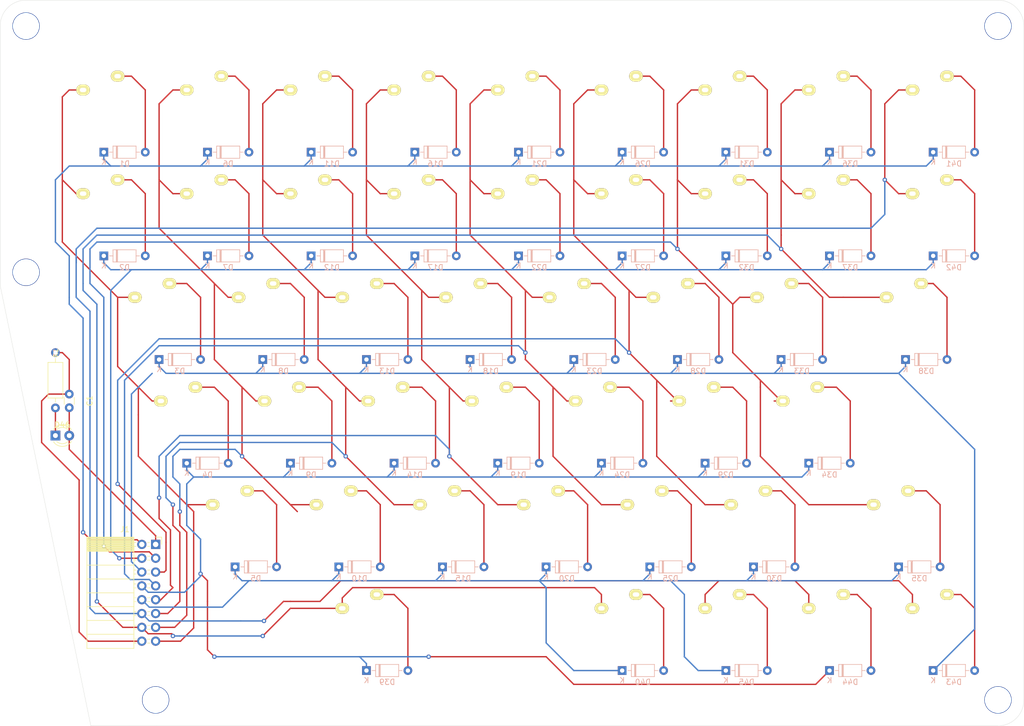
<source format=kicad_pcb>
(kicad_pcb (version 20171130) (host pcbnew "(5.1.7)-1")
  (layers (0 F.Cu signal) (31 B.Cu signal) (34 B.Paste user) (35 F.Paste user) (36 B.SilkS user) (37 F.SilkS user) (38 B.Mask user) (39 F.Mask user) (44 Edge.Cuts user))
  (net 0 "")
  (net 1 GND)
  (net 2 VCC)
  (net 3 "Net-(D1-Pad2)")
  (net 4 ROW_4)
  (net 5 ROW_5)
  (net 6 "Net-(D2-Pad2)")
  (net 7 "Net-(D3-Pad2)")
  (net 8 ROW_6)
  (net 9 "Net-(D4-Pad2)")
  (net 10 ROW_7)
  (net 11 ROW_8)
  (net 12 "Net-(D5-Pad2)")
  (net 13 "Net-(D6-Pad2)")
  (net 14 "Net-(D7-Pad2)")
  (net 15 "Net-(D8-Pad2)")
  (net 16 "Net-(D9-Pad2)")
  (net 17 "Net-(D10-Pad2)")
  (net 18 "Net-(D11-Pad2)")
  (net 19 "Net-(D12-Pad2)")
  (net 20 "Net-(D13-Pad2)")
  (net 21 "Net-(D14-Pad2)")
  (net 22 "Net-(D15-Pad2)")
  (net 23 "Net-(D16-Pad2)")
  (net 24 "Net-(D17-Pad2)")
  (net 25 "Net-(D18-Pad2)")
  (net 26 "Net-(D19-Pad2)")
  (net 27 "Net-(D20-Pad2)")
  (net 28 "Net-(D21-Pad2)")
  (net 29 "Net-(D22-Pad2)")
  (net 30 "Net-(D23-Pad2)")
  (net 31 "Net-(D24-Pad2)")
  (net 32 "Net-(D25-Pad2)")
  (net 33 "Net-(D26-Pad2)")
  (net 34 "Net-(D27-Pad2)")
  (net 35 "Net-(D28-Pad2)")
  (net 36 "Net-(D29-Pad2)")
  (net 37 "Net-(D30-Pad2)")
  (net 38 "Net-(D31-Pad2)")
  (net 39 "Net-(D32-Pad2)")
  (net 40 "Net-(D33-Pad2)")
  (net 41 "Net-(D34-Pad2)")
  (net 42 "Net-(D35-Pad2)")
  (net 43 "Net-(D36-Pad2)")
  (net 44 "Net-(D37-Pad2)")
  (net 45 "Net-(D38-Pad2)")
  (net 46 "Net-(D39-Pad2)")
  (net 47 "Net-(D40-Pad2)")
  (net 48 "Net-(D41-Pad2)")
  (net 49 "Net-(D42-Pad2)")
  (net 50 "Net-(D43-Pad2)")
  (net 51 "Net-(D44-Pad2)")
  (net 52 "Net-(D45-Pad2)")
  (net 53 "Net-(D46-Pad1)")
  (net 54 COL_6)
  (net 55 COL_5)
  (net 56 COL_4)
  (net 57 COL_3)
  (net 58 COL_2)
  (net 59 COL_8)
  (net 60 COL_1)
  (net 61 COL_7)
  (net 62 COL_0)
  (module Capacitor_THT:C_Disc_D3.0mm_W1.6mm_P2.50mm (layer F.Cu) (at 31.75 91.44 270)
    (fp_text reference C1 (at 1.25 -3.75 90) (layer F.SilkS))
    (fp_text value C)
    (pad 2 thru_hole circle (at 2.5 0 270) (size 1.6 1.6) (drill 0.8) (layers *.Cu *.Mask) (net 2 VCC))
    (pad 1 thru_hole circle (at 0 0 270) (size 1.6 1.6) (drill 0.8) (layers *.Cu *.Mask) (net 1 GND))
  )
  (module LED_THT:LED_D3.0mm_FlatTop (layer F.Cu) (at 29.21 99.06)
    (fp_text reference D46 (at 1.27 -1.96) (layer F.SilkS))
    (fp_text value LED)
    (pad 2 thru_hole circle (at 2.54 0) (size 1.8 1.8) (drill 0.9) (layers *.Cu *.Mask) (net 2 VCC))
    (pad 1 thru_hole rect (at 0 0) (size 1.8 1.8) (drill 0.9) (layers *.Cu *.Mask) (net 53 "Net-(D46-Pad1)"))
  )
  (module Resistor_THT:R_Axial_DIN0207_L6.3mm_D2.5mm_P10.16mm_Horizontal (layer F.Cu) (at 29.21 83.82 270)
    (fp_text reference R1 (at 0.05 -0.08 90) (layer F.SilkS) (effects (font (size 0.8128 0.8128))))
    (fp_text value R_Axial_DIN0207_L6.3mm_D2.5mm_P10.16mm_Horizontal hide)
    (fp_text user ** (at 0 -0.0635 90) (layer B.SilkS) (effects (font (size 0.8128 0.8128)) (justify mirror)))
    (pad 2 thru_hole oval (at 10.16 0 270) (size 1.6 1.6) (drill 0.8) (layers *.Cu *.Mask) (net 53 "Net-(D46-Pad1)"))
    (pad 1 thru_hole circle (at 0 0 270) (size 1.6 1.6) (drill 0.8) (layers *.Cu *.Mask) (net 1 GND))
  )
  (module kbd:CherryMX_1u (layer F.Cu) (at 142.875 76.2)
    (fp_text reference SW28 hide)
    (fp_text value SW_PUSH hide)
    (pad "" np_thru_hole circle (at 0 0 90) (size 4 4) (drill 4) (layers *.Cu *.Mask))
    (pad "" np_thru_hole circle (at -5.08 0 90) (size 1.9 1.9) (drill 1.9) (layers *.Cu *.Mask))
    (pad "" np_thru_hole circle (at 5.08 0 90) (size 1.9 1.9) (drill 1.9) (layers *.Cu *.Mask))
    (pad 2 thru_hole oval (at 2.54 -5.08) (size 2.5 2) (drill oval 1.2 0.8) (layers *.Cu F.SilkS B.Mask) (net 35 "Net-(D28-Pad2)"))
    (pad 1 thru_hole oval (at -3.81 -2.54) (size 2.5 2) (drill oval 1.2 0.8) (layers *.Cu F.SilkS B.Mask) (net 55 COL_5))
  )
  (module kbd:HOLE (layer F.Cu) (at 23.8125 69.05625)
    (fp_text reference Ref**)
    (fp_text value Val**)
    (pad "" np_thru_hole circle (at 0 0) (size 5 5) (drill 4.8) (layers *.Cu *.Mask))
  )
  (module kbd:HOLE (layer F.Cu) (at 47.625 147.6375)
    (fp_text reference Ref**)
    (fp_text value Val**)
    (pad "" np_thru_hole circle (at 0 0) (size 5 5) (drill 4.8) (layers *.Cu *.Mask))
  )
  (module kbd:HOLE (layer F.Cu) (at 202.40625 147.6375)
    (fp_text reference Ref**)
    (fp_text value Val**)
    (pad "" np_thru_hole circle (at 0 0) (size 5 5) (drill 4.8) (layers *.Cu *.Mask))
  )
  (module kbd:HOLE (layer F.Cu) (at 202.40625 23.8125)
    (fp_text reference Ref**)
    (fp_text value Val**)
    (pad "" np_thru_hole circle (at 0 0) (size 5 5) (drill 4.8) (layers *.Cu *.Mask))
  )
  (module kbd:HOLE (layer F.Cu) (at 23.8125 23.8125)
    (fp_text reference Ref**)
    (fp_text value Val**)
    (pad "" np_thru_hole circle (at 0 0) (size 5 5) (drill 4.8) (layers *.Cu *.Mask))
  )
  (module kbd:CherryMX_1u (layer F.Cu) (at 38.1 38.1)
    (fp_text reference SW1 hide)
    (fp_text value SW_PUSH hide)
    (pad "" np_thru_hole circle (at 0 0 90) (size 4 4) (drill 4) (layers *.Cu *.Mask))
    (pad "" np_thru_hole circle (at -5.08 0 90) (size 1.9 1.9) (drill 1.9) (layers *.Cu *.Mask))
    (pad "" np_thru_hole circle (at 5.08 0 90) (size 1.9 1.9) (drill 1.9) (layers *.Cu *.Mask))
    (pad 2 thru_hole oval (at 2.54 -5.08) (size 2.5 2) (drill oval 1.2 0.8) (layers *.Cu F.SilkS B.Mask) (net 3 "Net-(D1-Pad2)"))
    (pad 1 thru_hole oval (at -3.81 -2.54) (size 2.5 2) (drill oval 1.2 0.8) (layers *.Cu F.SilkS B.Mask) (net 62 COL_0))
  )
  (module Connector_PinSocket_2.54mm:PinSocket_2x08_P2.54mm_Horizontal (layer F.Cu) (at 47.625 119.0625)
    (fp_text reference J1 (at -5.65 -2.77) (layer F.SilkS))
    (fp_text value Conn_02x08_Odd_Even)
    (pad 16 thru_hole oval (at -2.54 17.78) (size 1.7 1.7) (drill 1) (layers *.Cu *.Mask) (net 1 GND))
    (pad 15 thru_hole oval (at 0 17.78) (size 1.7 1.7) (drill 1) (layers *.Cu *.Mask) (net 62 COL_0))
    (pad 14 thru_hole oval (at -2.54 15.24) (size 1.7 1.7) (drill 1) (layers *.Cu *.Mask) (net 61 COL_7))
    (pad 13 thru_hole oval (at 0 15.24) (size 1.7 1.7) (drill 1) (layers *.Cu *.Mask) (net 60 COL_1))
    (pad 12 thru_hole oval (at -2.54 12.7) (size 1.7 1.7) (drill 1) (layers *.Cu *.Mask) (net 59 COL_8))
    (pad 11 thru_hole oval (at 0 12.7) (size 1.7 1.7) (drill 1) (layers *.Cu *.Mask) (net 58 COL_2))
    (pad 10 thru_hole oval (at -2.54 10.16) (size 1.7 1.7) (drill 1) (layers *.Cu *.Mask) (net 11 ROW_8))
    (pad 9 thru_hole oval (at 0 10.16) (size 1.7 1.7) (drill 1) (layers *.Cu *.Mask) (net 57 COL_3))
    (pad 8 thru_hole oval (at -2.54 7.62) (size 1.7 1.7) (drill 1) (layers *.Cu *.Mask) (net 10 ROW_7))
    (pad 7 thru_hole oval (at 0 7.62) (size 1.7 1.7) (drill 1) (layers *.Cu *.Mask) (net 56 COL_4))
    (pad 6 thru_hole oval (at -2.54 5.08) (size 1.7 1.7) (drill 1) (layers *.Cu *.Mask) (net 8 ROW_6))
    (pad 5 thru_hole oval (at 0 5.08) (size 1.7 1.7) (drill 1) (layers *.Cu *.Mask) (net 55 COL_5))
    (pad 4 thru_hole oval (at -2.54 2.54) (size 1.7 1.7) (drill 1) (layers *.Cu *.Mask) (net 5 ROW_5))
    (pad 3 thru_hole oval (at 0 2.54) (size 1.7 1.7) (drill 1) (layers *.Cu *.Mask) (net 54 COL_6))
    (pad 2 thru_hole oval (at -2.54 0) (size 1.7 1.7) (drill 1) (layers *.Cu *.Mask) (net 4 ROW_4))
    (pad 1 thru_hole rect (at 0 0) (size 1.7 1.7) (drill 1) (layers *.Cu *.Mask) (net 2 VCC))
  )
  (module kbd:CherryMX_1u (layer F.Cu) (at 171.45 133.35)
    (fp_text reference SW44 hide)
    (fp_text value SW_PUSH hide)
    (pad "" np_thru_hole circle (at 0 0 90) (size 4 4) (drill 4) (layers *.Cu *.Mask))
    (pad "" np_thru_hole circle (at -5.08 0 90) (size 1.9 1.9) (drill 1.9) (layers *.Cu *.Mask))
    (pad "" np_thru_hole circle (at 5.08 0 90) (size 1.9 1.9) (drill 1.9) (layers *.Cu *.Mask))
    (pad 2 thru_hole oval (at 2.54 -5.08) (size 2.5 2) (drill oval 1.2 0.8) (layers *.Cu F.SilkS B.Mask) (net 51 "Net-(D44-Pad2)"))
    (pad 1 thru_hole oval (at -3.81 -2.54) (size 2.5 2) (drill oval 1.2 0.8) (layers *.Cu F.SilkS B.Mask) (net 59 COL_8))
  )
  (module kbd:CherryMX_1u (layer F.Cu) (at 190.5 133.35)
    (fp_text reference SW43 hide)
    (fp_text value SW_PUSH hide)
    (pad "" np_thru_hole circle (at 0 0 90) (size 4 4) (drill 4) (layers *.Cu *.Mask))
    (pad "" np_thru_hole circle (at -5.08 0 90) (size 1.9 1.9) (drill 1.9) (layers *.Cu *.Mask))
    (pad "" np_thru_hole circle (at 5.08 0 90) (size 1.9 1.9) (drill 1.9) (layers *.Cu *.Mask))
    (pad 2 thru_hole oval (at 2.54 -5.08) (size 2.5 2) (drill oval 1.2 0.8) (layers *.Cu F.SilkS B.Mask) (net 50 "Net-(D43-Pad2)"))
    (pad 1 thru_hole oval (at -3.81 -2.54) (size 2.5 2) (drill oval 1.2 0.8) (layers *.Cu F.SilkS B.Mask) (net 59 COL_8))
  )
  (module Diode_THT:D_DO-35_SOD27_P7.62mm_Horizontal (layer B.Cu) (at 38.1 46.99)
    (fp_text reference D1 (at 3.81 2.12) (layer B.SilkS) (effects (justify mirror)))
    (fp_text value 1N4148)
    (fp_text user K (at 0 1.8) (layer B.SilkS) (effects (justify mirror)))
    (pad 2 thru_hole oval (at 7.62 0) (size 1.6 1.6) (drill 0.8) (layers *.Cu *.Mask) (net 3 "Net-(D1-Pad2)"))
    (pad 1 thru_hole rect (at 0 0) (size 1.6 1.6) (drill 0.8) (layers *.Cu *.Mask) (net 4 ROW_4))
  )
  (module Diode_THT:D_DO-35_SOD27_P7.62mm_Horizontal (layer B.Cu) (at 38.1 66.04)
    (fp_text reference D2 (at 3.81 2.12) (layer B.SilkS) (effects (justify mirror)))
    (fp_text value 1N4148)
    (fp_text user K (at 0 1.8) (layer B.SilkS) (effects (justify mirror)))
    (pad 2 thru_hole oval (at 7.62 0) (size 1.6 1.6) (drill 0.8) (layers *.Cu *.Mask) (net 6 "Net-(D2-Pad2)"))
    (pad 1 thru_hole rect (at 0 0) (size 1.6 1.6) (drill 0.8) (layers *.Cu *.Mask) (net 5 ROW_5))
  )
  (module Diode_THT:D_DO-35_SOD27_P7.62mm_Horizontal (layer B.Cu) (at 48.26 85.09)
    (fp_text reference D3 (at 3.81 2.12) (layer B.SilkS) (effects (justify mirror)))
    (fp_text value 1N4148)
    (fp_text user K (at 0 1.8) (layer B.SilkS) (effects (justify mirror)))
    (pad 2 thru_hole oval (at 7.62 0) (size 1.6 1.6) (drill 0.8) (layers *.Cu *.Mask) (net 7 "Net-(D3-Pad2)"))
    (pad 1 thru_hole rect (at 0 0) (size 1.6 1.6) (drill 0.8) (layers *.Cu *.Mask) (net 8 ROW_6))
  )
  (module Diode_THT:D_DO-35_SOD27_P7.62mm_Horizontal (layer B.Cu) (at 53.34 104.14)
    (fp_text reference D4 (at 3.81 2.12) (layer B.SilkS) (effects (justify mirror)))
    (fp_text value 1N4148)
    (fp_text user K (at 0 1.8) (layer B.SilkS) (effects (justify mirror)))
    (pad 2 thru_hole oval (at 7.62 0) (size 1.6 1.6) (drill 0.8) (layers *.Cu *.Mask) (net 9 "Net-(D4-Pad2)"))
    (pad 1 thru_hole rect (at 0 0) (size 1.6 1.6) (drill 0.8) (layers *.Cu *.Mask) (net 10 ROW_7))
  )
  (module Diode_THT:D_DO-35_SOD27_P7.62mm_Horizontal (layer B.Cu) (at 62.23 123.19)
    (fp_text reference D5 (at 3.81 2.12) (layer B.SilkS) (effects (justify mirror)))
    (fp_text value 1N4148)
    (fp_text user K (at 0 1.8) (layer B.SilkS) (effects (justify mirror)))
    (pad 2 thru_hole oval (at 7.62 0) (size 1.6 1.6) (drill 0.8) (layers *.Cu *.Mask) (net 12 "Net-(D5-Pad2)"))
    (pad 1 thru_hole rect (at 0 0) (size 1.6 1.6) (drill 0.8) (layers *.Cu *.Mask) (net 11 ROW_8))
  )
  (module Diode_THT:D_DO-35_SOD27_P7.62mm_Horizontal (layer B.Cu) (at 57.15 46.99)
    (fp_text reference D6 (at 3.81 2.12) (layer B.SilkS) (effects (justify mirror)))
    (fp_text value 1N4148)
    (fp_text user K (at 0 1.8) (layer B.SilkS) (effects (justify mirror)))
    (pad 2 thru_hole oval (at 7.62 0) (size 1.6 1.6) (drill 0.8) (layers *.Cu *.Mask) (net 13 "Net-(D6-Pad2)"))
    (pad 1 thru_hole rect (at 0 0) (size 1.6 1.6) (drill 0.8) (layers *.Cu *.Mask) (net 4 ROW_4))
  )
  (module Diode_THT:D_DO-35_SOD27_P7.62mm_Horizontal (layer B.Cu) (at 57.15 66.04)
    (fp_text reference D7 (at 3.81 2.12) (layer B.SilkS) (effects (justify mirror)))
    (fp_text value 1N4148)
    (fp_text user K (at 0 1.8) (layer B.SilkS) (effects (justify mirror)))
    (pad 2 thru_hole oval (at 7.62 0) (size 1.6 1.6) (drill 0.8) (layers *.Cu *.Mask) (net 14 "Net-(D7-Pad2)"))
    (pad 1 thru_hole rect (at 0 0) (size 1.6 1.6) (drill 0.8) (layers *.Cu *.Mask) (net 5 ROW_5))
  )
  (module Diode_THT:D_DO-35_SOD27_P7.62mm_Horizontal (layer B.Cu) (at 67.31 85.09)
    (fp_text reference D8 (at 3.81 2.12) (layer B.SilkS) (effects (justify mirror)))
    (fp_text value 1N4148)
    (fp_text user K (at 0 1.8) (layer B.SilkS) (effects (justify mirror)))
    (pad 2 thru_hole oval (at 7.62 0) (size 1.6 1.6) (drill 0.8) (layers *.Cu *.Mask) (net 15 "Net-(D8-Pad2)"))
    (pad 1 thru_hole rect (at 0 0) (size 1.6 1.6) (drill 0.8) (layers *.Cu *.Mask) (net 8 ROW_6))
  )
  (module Diode_THT:D_DO-35_SOD27_P7.62mm_Horizontal (layer B.Cu) (at 72.39 104.14)
    (fp_text reference D9 (at 3.81 2.12) (layer B.SilkS) (effects (justify mirror)))
    (fp_text value 1N4148)
    (fp_text user K (at 0 1.8) (layer B.SilkS) (effects (justify mirror)))
    (pad 2 thru_hole oval (at 7.62 0) (size 1.6 1.6) (drill 0.8) (layers *.Cu *.Mask) (net 16 "Net-(D9-Pad2)"))
    (pad 1 thru_hole rect (at 0 0) (size 1.6 1.6) (drill 0.8) (layers *.Cu *.Mask) (net 10 ROW_7))
  )
  (module Diode_THT:D_DO-35_SOD27_P7.62mm_Horizontal (layer B.Cu) (at 81.28 123.19)
    (fp_text reference D10 (at 3.81 2.12) (layer B.SilkS) (effects (justify mirror)))
    (fp_text value 1N4148)
    (fp_text user K (at 0 1.8) (layer B.SilkS) (effects (justify mirror)))
    (pad 2 thru_hole oval (at 7.62 0) (size 1.6 1.6) (drill 0.8) (layers *.Cu *.Mask) (net 17 "Net-(D10-Pad2)"))
    (pad 1 thru_hole rect (at 0 0) (size 1.6 1.6) (drill 0.8) (layers *.Cu *.Mask) (net 11 ROW_8))
  )
  (module Diode_THT:D_DO-35_SOD27_P7.62mm_Horizontal (layer B.Cu) (at 76.2 46.99)
    (fp_text reference D11 (at 3.81 2.12) (layer B.SilkS) (effects (justify mirror)))
    (fp_text value 1N4148)
    (fp_text user K (at 0 1.8) (layer B.SilkS) (effects (justify mirror)))
    (pad 2 thru_hole oval (at 7.62 0) (size 1.6 1.6) (drill 0.8) (layers *.Cu *.Mask) (net 18 "Net-(D11-Pad2)"))
    (pad 1 thru_hole rect (at 0 0) (size 1.6 1.6) (drill 0.8) (layers *.Cu *.Mask) (net 4 ROW_4))
  )
  (module Diode_THT:D_DO-35_SOD27_P7.62mm_Horizontal (layer B.Cu) (at 76.2 66.04)
    (fp_text reference D12 (at 3.81 2.12) (layer B.SilkS) (effects (justify mirror)))
    (fp_text value 1N4148)
    (fp_text user K (at 0 1.8) (layer B.SilkS) (effects (justify mirror)))
    (pad 2 thru_hole oval (at 7.62 0) (size 1.6 1.6) (drill 0.8) (layers *.Cu *.Mask) (net 19 "Net-(D12-Pad2)"))
    (pad 1 thru_hole rect (at 0 0) (size 1.6 1.6) (drill 0.8) (layers *.Cu *.Mask) (net 5 ROW_5))
  )
  (module Diode_THT:D_DO-35_SOD27_P7.62mm_Horizontal (layer B.Cu) (at 86.36 85.09)
    (fp_text reference D13 (at 3.81 2.12) (layer B.SilkS) (effects (justify mirror)))
    (fp_text value 1N4148)
    (fp_text user K (at 0 1.8) (layer B.SilkS) (effects (justify mirror)))
    (pad 2 thru_hole oval (at 7.62 0) (size 1.6 1.6) (drill 0.8) (layers *.Cu *.Mask) (net 20 "Net-(D13-Pad2)"))
    (pad 1 thru_hole rect (at 0 0) (size 1.6 1.6) (drill 0.8) (layers *.Cu *.Mask) (net 8 ROW_6))
  )
  (module Diode_THT:D_DO-35_SOD27_P7.62mm_Horizontal (layer B.Cu) (at 91.44 104.14)
    (fp_text reference D14 (at 3.81 2.12) (layer B.SilkS) (effects (justify mirror)))
    (fp_text value 1N4148)
    (fp_text user K (at 0 1.8) (layer B.SilkS) (effects (justify mirror)))
    (pad 2 thru_hole oval (at 7.62 0) (size 1.6 1.6) (drill 0.8) (layers *.Cu *.Mask) (net 21 "Net-(D14-Pad2)"))
    (pad 1 thru_hole rect (at 0 0) (size 1.6 1.6) (drill 0.8) (layers *.Cu *.Mask) (net 10 ROW_7))
  )
  (module Diode_THT:D_DO-35_SOD27_P7.62mm_Horizontal (layer B.Cu) (at 100.33 123.19)
    (fp_text reference D15 (at 3.81 2.12) (layer B.SilkS) (effects (justify mirror)))
    (fp_text value 1N4148)
    (fp_text user K (at 0 1.8) (layer B.SilkS) (effects (justify mirror)))
    (pad 2 thru_hole oval (at 7.62 0) (size 1.6 1.6) (drill 0.8) (layers *.Cu *.Mask) (net 22 "Net-(D15-Pad2)"))
    (pad 1 thru_hole rect (at 0 0) (size 1.6 1.6) (drill 0.8) (layers *.Cu *.Mask) (net 11 ROW_8))
  )
  (module Diode_THT:D_DO-35_SOD27_P7.62mm_Horizontal (layer B.Cu) (at 95.25 46.99)
    (fp_text reference D16 (at 3.81 2.12) (layer B.SilkS) (effects (justify mirror)))
    (fp_text value 1N4148)
    (fp_text user K (at 0 1.8) (layer B.SilkS) (effects (justify mirror)))
    (pad 2 thru_hole oval (at 7.62 0) (size 1.6 1.6) (drill 0.8) (layers *.Cu *.Mask) (net 23 "Net-(D16-Pad2)"))
    (pad 1 thru_hole rect (at 0 0) (size 1.6 1.6) (drill 0.8) (layers *.Cu *.Mask) (net 4 ROW_4))
  )
  (module Diode_THT:D_DO-35_SOD27_P7.62mm_Horizontal (layer B.Cu) (at 95.25 66.04)
    (fp_text reference D17 (at 3.81 2.12) (layer B.SilkS) (effects (justify mirror)))
    (fp_text value 1N4148)
    (fp_text user K (at 0 1.8) (layer B.SilkS) (effects (justify mirror)))
    (pad 2 thru_hole oval (at 7.62 0) (size 1.6 1.6) (drill 0.8) (layers *.Cu *.Mask) (net 24 "Net-(D17-Pad2)"))
    (pad 1 thru_hole rect (at 0 0) (size 1.6 1.6) (drill 0.8) (layers *.Cu *.Mask) (net 5 ROW_5))
  )
  (module Diode_THT:D_DO-35_SOD27_P7.62mm_Horizontal (layer B.Cu) (at 105.41 85.09)
    (fp_text reference D18 (at 3.81 2.12) (layer B.SilkS) (effects (justify mirror)))
    (fp_text value 1N4148)
    (fp_text user K (at 0 1.8) (layer B.SilkS) (effects (justify mirror)))
    (pad 2 thru_hole oval (at 7.62 0) (size 1.6 1.6) (drill 0.8) (layers *.Cu *.Mask) (net 25 "Net-(D18-Pad2)"))
    (pad 1 thru_hole rect (at 0 0) (size 1.6 1.6) (drill 0.8) (layers *.Cu *.Mask) (net 8 ROW_6))
  )
  (module Diode_THT:D_DO-35_SOD27_P7.62mm_Horizontal (layer B.Cu) (at 110.49 104.14)
    (fp_text reference D19 (at 3.81 2.12) (layer B.SilkS) (effects (justify mirror)))
    (fp_text value 1N4148)
    (fp_text user K (at 0 1.8) (layer B.SilkS) (effects (justify mirror)))
    (pad 2 thru_hole oval (at 7.62 0) (size 1.6 1.6) (drill 0.8) (layers *.Cu *.Mask) (net 26 "Net-(D19-Pad2)"))
    (pad 1 thru_hole rect (at 0 0) (size 1.6 1.6) (drill 0.8) (layers *.Cu *.Mask) (net 10 ROW_7))
  )
  (module Diode_THT:D_DO-35_SOD27_P7.62mm_Horizontal (layer B.Cu) (at 119.38 123.19)
    (fp_text reference D20 (at 3.81 2.12) (layer B.SilkS) (effects (justify mirror)))
    (fp_text value 1N4148)
    (fp_text user K (at 0 1.8) (layer B.SilkS) (effects (justify mirror)))
    (pad 2 thru_hole oval (at 7.62 0) (size 1.6 1.6) (drill 0.8) (layers *.Cu *.Mask) (net 27 "Net-(D20-Pad2)"))
    (pad 1 thru_hole rect (at 0 0) (size 1.6 1.6) (drill 0.8) (layers *.Cu *.Mask) (net 11 ROW_8))
  )
  (module Diode_THT:D_DO-35_SOD27_P7.62mm_Horizontal (layer B.Cu) (at 114.3 46.99)
    (fp_text reference D21 (at 3.81 2.12) (layer B.SilkS) (effects (justify mirror)))
    (fp_text value 1N4148)
    (fp_text user K (at 0 1.8) (layer B.SilkS) (effects (justify mirror)))
    (pad 2 thru_hole oval (at 7.62 0) (size 1.6 1.6) (drill 0.8) (layers *.Cu *.Mask) (net 28 "Net-(D21-Pad2)"))
    (pad 1 thru_hole rect (at 0 0) (size 1.6 1.6) (drill 0.8) (layers *.Cu *.Mask) (net 4 ROW_4))
  )
  (module Diode_THT:D_DO-35_SOD27_P7.62mm_Horizontal (layer B.Cu) (at 114.3 66.04)
    (fp_text reference D22 (at 3.81 2.12) (layer B.SilkS) (effects (justify mirror)))
    (fp_text value 1N4148)
    (fp_text user K (at 0 1.8) (layer B.SilkS) (effects (justify mirror)))
    (pad 2 thru_hole oval (at 7.62 0) (size 1.6 1.6) (drill 0.8) (layers *.Cu *.Mask) (net 29 "Net-(D22-Pad2)"))
    (pad 1 thru_hole rect (at 0 0) (size 1.6 1.6) (drill 0.8) (layers *.Cu *.Mask) (net 5 ROW_5))
  )
  (module Diode_THT:D_DO-35_SOD27_P7.62mm_Horizontal (layer B.Cu) (at 124.46 85.09)
    (fp_text reference D23 (at 3.81 2.12) (layer B.SilkS) (effects (justify mirror)))
    (fp_text value 1N4148)
    (fp_text user K (at 0 1.8) (layer B.SilkS) (effects (justify mirror)))
    (pad 2 thru_hole oval (at 7.62 0) (size 1.6 1.6) (drill 0.8) (layers *.Cu *.Mask) (net 30 "Net-(D23-Pad2)"))
    (pad 1 thru_hole rect (at 0 0) (size 1.6 1.6) (drill 0.8) (layers *.Cu *.Mask) (net 8 ROW_6))
  )
  (module Diode_THT:D_DO-35_SOD27_P7.62mm_Horizontal (layer B.Cu) (at 129.54 104.14)
    (fp_text reference D24 (at 3.81 2.12) (layer B.SilkS) (effects (justify mirror)))
    (fp_text value 1N4148)
    (fp_text user K (at 0 1.8) (layer B.SilkS) (effects (justify mirror)))
    (pad 2 thru_hole oval (at 7.62 0) (size 1.6 1.6) (drill 0.8) (layers *.Cu *.Mask) (net 31 "Net-(D24-Pad2)"))
    (pad 1 thru_hole rect (at 0 0) (size 1.6 1.6) (drill 0.8) (layers *.Cu *.Mask) (net 10 ROW_7))
  )
  (module Diode_THT:D_DO-35_SOD27_P7.62mm_Horizontal (layer B.Cu) (at 138.43 123.19)
    (fp_text reference D25 (at 3.81 2.12) (layer B.SilkS) (effects (justify mirror)))
    (fp_text value 1N4148)
    (fp_text user K (at 0 1.8) (layer B.SilkS) (effects (justify mirror)))
    (pad 2 thru_hole oval (at 7.62 0) (size 1.6 1.6) (drill 0.8) (layers *.Cu *.Mask) (net 32 "Net-(D25-Pad2)"))
    (pad 1 thru_hole rect (at 0 0) (size 1.6 1.6) (drill 0.8) (layers *.Cu *.Mask) (net 11 ROW_8))
  )
  (module Diode_THT:D_DO-35_SOD27_P7.62mm_Horizontal (layer B.Cu) (at 133.35 46.99)
    (fp_text reference D26 (at 3.81 2.12) (layer B.SilkS) (effects (justify mirror)))
    (fp_text value 1N4148)
    (fp_text user K (at 0 1.8) (layer B.SilkS) (effects (justify mirror)))
    (pad 2 thru_hole oval (at 7.62 0) (size 1.6 1.6) (drill 0.8) (layers *.Cu *.Mask) (net 33 "Net-(D26-Pad2)"))
    (pad 1 thru_hole rect (at 0 0) (size 1.6 1.6) (drill 0.8) (layers *.Cu *.Mask) (net 4 ROW_4))
  )
  (module Diode_THT:D_DO-35_SOD27_P7.62mm_Horizontal (layer B.Cu) (at 133.35 66.04)
    (fp_text reference D27 (at 3.81 2.12) (layer B.SilkS) (effects (justify mirror)))
    (fp_text value 1N4148)
    (fp_text user K (at 0 1.8) (layer B.SilkS) (effects (justify mirror)))
    (pad 2 thru_hole oval (at 7.62 0) (size 1.6 1.6) (drill 0.8) (layers *.Cu *.Mask) (net 34 "Net-(D27-Pad2)"))
    (pad 1 thru_hole rect (at 0 0) (size 1.6 1.6) (drill 0.8) (layers *.Cu *.Mask) (net 5 ROW_5))
  )
  (module Diode_THT:D_DO-35_SOD27_P7.62mm_Horizontal (layer B.Cu) (at 143.51 85.09)
    (fp_text reference D28 (at 3.81 2.12) (layer B.SilkS) (effects (justify mirror)))
    (fp_text value 1N4148)
    (fp_text user K (at 0 1.8) (layer B.SilkS) (effects (justify mirror)))
    (pad 2 thru_hole oval (at 7.62 0) (size 1.6 1.6) (drill 0.8) (layers *.Cu *.Mask) (net 35 "Net-(D28-Pad2)"))
    (pad 1 thru_hole rect (at 0 0) (size 1.6 1.6) (drill 0.8) (layers *.Cu *.Mask) (net 8 ROW_6))
  )
  (module Diode_THT:D_DO-35_SOD27_P7.62mm_Horizontal (layer B.Cu) (at 148.59 104.14)
    (fp_text reference D29 (at 3.81 2.12) (layer B.SilkS) (effects (justify mirror)))
    (fp_text value 1N4148)
    (fp_text user K (at 0 1.8) (layer B.SilkS) (effects (justify mirror)))
    (pad 2 thru_hole oval (at 7.62 0) (size 1.6 1.6) (drill 0.8) (layers *.Cu *.Mask) (net 36 "Net-(D29-Pad2)"))
    (pad 1 thru_hole rect (at 0 0) (size 1.6 1.6) (drill 0.8) (layers *.Cu *.Mask) (net 10 ROW_7))
  )
  (module Diode_THT:D_DO-35_SOD27_P7.62mm_Horizontal (layer B.Cu) (at 157.48 123.19)
    (fp_text reference D30 (at 3.81 2.12) (layer B.SilkS) (effects (justify mirror)))
    (fp_text value 1N4148)
    (fp_text user K (at 0 1.8) (layer B.SilkS) (effects (justify mirror)))
    (pad 2 thru_hole oval (at 7.62 0) (size 1.6 1.6) (drill 0.8) (layers *.Cu *.Mask) (net 37 "Net-(D30-Pad2)"))
    (pad 1 thru_hole rect (at 0 0) (size 1.6 1.6) (drill 0.8) (layers *.Cu *.Mask) (net 11 ROW_8))
  )
  (module Diode_THT:D_DO-35_SOD27_P7.62mm_Horizontal (layer B.Cu) (at 152.4 46.99)
    (fp_text reference D31 (at 3.81 2.12) (layer B.SilkS) (effects (justify mirror)))
    (fp_text value 1N4148)
    (fp_text user K (at 0 1.8) (layer B.SilkS) (effects (justify mirror)))
    (pad 2 thru_hole oval (at 7.62 0) (size 1.6 1.6) (drill 0.8) (layers *.Cu *.Mask) (net 38 "Net-(D31-Pad2)"))
    (pad 1 thru_hole rect (at 0 0) (size 1.6 1.6) (drill 0.8) (layers *.Cu *.Mask) (net 4 ROW_4))
  )
  (module Diode_THT:D_DO-35_SOD27_P7.62mm_Horizontal (layer B.Cu) (at 152.4 66.04)
    (fp_text reference D32 (at 3.81 2.12) (layer B.SilkS) (effects (justify mirror)))
    (fp_text value 1N4148)
    (fp_text user K (at 0 1.8) (layer B.SilkS) (effects (justify mirror)))
    (pad 2 thru_hole oval (at 7.62 0) (size 1.6 1.6) (drill 0.8) (layers *.Cu *.Mask) (net 39 "Net-(D32-Pad2)"))
    (pad 1 thru_hole rect (at 0 0) (size 1.6 1.6) (drill 0.8) (layers *.Cu *.Mask) (net 5 ROW_5))
  )
  (module Diode_THT:D_DO-35_SOD27_P7.62mm_Horizontal (layer B.Cu) (at 162.56 85.09)
    (fp_text reference D33 (at 3.81 2.12) (layer B.SilkS) (effects (justify mirror)))
    (fp_text value 1N4148)
    (fp_text user K (at 0 1.8) (layer B.SilkS) (effects (justify mirror)))
    (pad 2 thru_hole oval (at 7.62 0) (size 1.6 1.6) (drill 0.8) (layers *.Cu *.Mask) (net 40 "Net-(D33-Pad2)"))
    (pad 1 thru_hole rect (at 0 0) (size 1.6 1.6) (drill 0.8) (layers *.Cu *.Mask) (net 8 ROW_6))
  )
  (module Diode_THT:D_DO-35_SOD27_P7.62mm_Horizontal (layer B.Cu) (at 167.64 104.14)
    (fp_text reference D34 (at 3.81 2.12) (layer B.SilkS) (effects (justify mirror)))
    (fp_text value 1N4148)
    (fp_text user K (at 0 1.8) (layer B.SilkS) (effects (justify mirror)))
    (pad 2 thru_hole oval (at 7.62 0) (size 1.6 1.6) (drill 0.8) (layers *.Cu *.Mask) (net 41 "Net-(D34-Pad2)"))
    (pad 1 thru_hole rect (at 0 0) (size 1.6 1.6) (drill 0.8) (layers *.Cu *.Mask) (net 10 ROW_7))
  )
  (module Diode_THT:D_DO-35_SOD27_P7.62mm_Horizontal (layer B.Cu) (at 184.15 123.19)
    (fp_text reference D35 (at 3.81 2.12) (layer B.SilkS) (effects (justify mirror)))
    (fp_text value 1N4148)
    (fp_text user K (at 0 1.8) (layer B.SilkS) (effects (justify mirror)))
    (pad 2 thru_hole oval (at 7.62 0) (size 1.6 1.6) (drill 0.8) (layers *.Cu *.Mask) (net 42 "Net-(D35-Pad2)"))
    (pad 1 thru_hole rect (at 0 0) (size 1.6 1.6) (drill 0.8) (layers *.Cu *.Mask) (net 11 ROW_8))
  )
  (module Diode_THT:D_DO-35_SOD27_P7.62mm_Horizontal (layer B.Cu) (at 171.45 46.99)
    (fp_text reference D36 (at 3.81 2.12) (layer B.SilkS) (effects (justify mirror)))
    (fp_text value 1N4148)
    (fp_text user K (at 0 1.8) (layer B.SilkS) (effects (justify mirror)))
    (pad 2 thru_hole oval (at 7.62 0) (size 1.6 1.6) (drill 0.8) (layers *.Cu *.Mask) (net 43 "Net-(D36-Pad2)"))
    (pad 1 thru_hole rect (at 0 0) (size 1.6 1.6) (drill 0.8) (layers *.Cu *.Mask) (net 4 ROW_4))
  )
  (module Diode_THT:D_DO-35_SOD27_P7.62mm_Horizontal (layer B.Cu) (at 171.45 66.04)
    (fp_text reference D37 (at 3.81 2.12) (layer B.SilkS) (effects (justify mirror)))
    (fp_text value 1N4148)
    (fp_text user K (at 0 1.8) (layer B.SilkS) (effects (justify mirror)))
    (pad 2 thru_hole oval (at 7.62 0) (size 1.6 1.6) (drill 0.8) (layers *.Cu *.Mask) (net 44 "Net-(D37-Pad2)"))
    (pad 1 thru_hole rect (at 0 0) (size 1.6 1.6) (drill 0.8) (layers *.Cu *.Mask) (net 5 ROW_5))
  )
  (module Diode_THT:D_DO-35_SOD27_P7.62mm_Horizontal (layer B.Cu) (at 185.42 85.09)
    (fp_text reference D38 (at 3.81 2.12) (layer B.SilkS) (effects (justify mirror)))
    (fp_text value 1N4148)
    (fp_text user K (at 0 1.8) (layer B.SilkS) (effects (justify mirror)))
    (pad 2 thru_hole oval (at 7.62 0) (size 1.6 1.6) (drill 0.8) (layers *.Cu *.Mask) (net 45 "Net-(D38-Pad2)"))
    (pad 1 thru_hole rect (at 0 0) (size 1.6 1.6) (drill 0.8) (layers *.Cu *.Mask) (net 8 ROW_6))
  )
  (module Diode_THT:D_DO-35_SOD27_P7.62mm_Horizontal (layer B.Cu) (at 86.36 142.24)
    (fp_text reference D39 (at 3.81 2.12) (layer B.SilkS) (effects (justify mirror)))
    (fp_text value 1N4148)
    (fp_text user K (at 0 1.8) (layer B.SilkS) (effects (justify mirror)))
    (pad 2 thru_hole oval (at 7.62 0) (size 1.6 1.6) (drill 0.8) (layers *.Cu *.Mask) (net 46 "Net-(D39-Pad2)"))
    (pad 1 thru_hole rect (at 0 0) (size 1.6 1.6) (drill 0.8) (layers *.Cu *.Mask) (net 10 ROW_7))
  )
  (module Diode_THT:D_DO-35_SOD27_P7.62mm_Horizontal (layer B.Cu) (at 133.35 142.24)
    (fp_text reference D40 (at 3.81 2.12) (layer B.SilkS) (effects (justify mirror)))
    (fp_text value 1N4148)
    (fp_text user K (at 0 1.8) (layer B.SilkS) (effects (justify mirror)))
    (pad 2 thru_hole oval (at 7.62 0) (size 1.6 1.6) (drill 0.8) (layers *.Cu *.Mask) (net 47 "Net-(D40-Pad2)"))
    (pad 1 thru_hole rect (at 0 0) (size 1.6 1.6) (drill 0.8) (layers *.Cu *.Mask) (net 11 ROW_8))
  )
  (module Diode_THT:D_DO-35_SOD27_P7.62mm_Horizontal (layer B.Cu) (at 190.5 46.99)
    (fp_text reference D41 (at 3.81 2.12) (layer B.SilkS) (effects (justify mirror)))
    (fp_text value 1N4148)
    (fp_text user K (at 0 1.8) (layer B.SilkS) (effects (justify mirror)))
    (pad 2 thru_hole oval (at 7.62 0) (size 1.6 1.6) (drill 0.8) (layers *.Cu *.Mask) (net 48 "Net-(D41-Pad2)"))
    (pad 1 thru_hole rect (at 0 0) (size 1.6 1.6) (drill 0.8) (layers *.Cu *.Mask) (net 4 ROW_4))
  )
  (module Diode_THT:D_DO-35_SOD27_P7.62mm_Horizontal (layer B.Cu) (at 190.5 66.04)
    (fp_text reference D42 (at 3.81 2.12) (layer B.SilkS) (effects (justify mirror)))
    (fp_text value 1N4148)
    (fp_text user K (at 0 1.8) (layer B.SilkS) (effects (justify mirror)))
    (pad 2 thru_hole oval (at 7.62 0) (size 1.6 1.6) (drill 0.8) (layers *.Cu *.Mask) (net 49 "Net-(D42-Pad2)"))
    (pad 1 thru_hole rect (at 0 0) (size 1.6 1.6) (drill 0.8) (layers *.Cu *.Mask) (net 5 ROW_5))
  )
  (module Diode_THT:D_DO-35_SOD27_P7.62mm_Horizontal (layer B.Cu) (at 190.5 142.24)
    (fp_text reference D43 (at 3.81 2.12) (layer B.SilkS) (effects (justify mirror)))
    (fp_text value 1N4148)
    (fp_text user K (at 0 1.8) (layer B.SilkS) (effects (justify mirror)))
    (pad 2 thru_hole oval (at 7.62 0) (size 1.6 1.6) (drill 0.8) (layers *.Cu *.Mask) (net 50 "Net-(D43-Pad2)"))
    (pad 1 thru_hole rect (at 0 0) (size 1.6 1.6) (drill 0.8) (layers *.Cu *.Mask) (net 8 ROW_6))
  )
  (module Diode_THT:D_DO-35_SOD27_P7.62mm_Horizontal (layer B.Cu) (at 171.45 142.24)
    (fp_text reference D44 (at 3.81 2.12) (layer B.SilkS) (effects (justify mirror)))
    (fp_text value 1N4148)
    (fp_text user K (at 0 1.8) (layer B.SilkS) (effects (justify mirror)))
    (pad 2 thru_hole oval (at 7.62 0) (size 1.6 1.6) (drill 0.8) (layers *.Cu *.Mask) (net 51 "Net-(D44-Pad2)"))
    (pad 1 thru_hole rect (at 0 0) (size 1.6 1.6) (drill 0.8) (layers *.Cu *.Mask) (net 10 ROW_7))
  )
  (module Diode_THT:D_DO-35_SOD27_P7.62mm_Horizontal (layer B.Cu) (at 152.4 142.24)
    (fp_text reference D45 (at 3.81 2.12) (layer B.SilkS) (effects (justify mirror)))
    (fp_text value 1N4148)
    (fp_text user K (at 0 1.8) (layer B.SilkS) (effects (justify mirror)))
    (pad 2 thru_hole oval (at 7.62 0) (size 1.6 1.6) (drill 0.8) (layers *.Cu *.Mask) (net 52 "Net-(D45-Pad2)"))
    (pad 1 thru_hole rect (at 0 0) (size 1.6 1.6) (drill 0.8) (layers *.Cu *.Mask) (net 11 ROW_8))
  )
  (module kbd:CherryMX_1u (layer F.Cu) (at 38.1 57.15)
    (fp_text reference SW2 hide)
    (fp_text value SW_PUSH hide)
    (pad "" np_thru_hole circle (at 0 0 90) (size 4 4) (drill 4) (layers *.Cu *.Mask))
    (pad "" np_thru_hole circle (at -5.08 0 90) (size 1.9 1.9) (drill 1.9) (layers *.Cu *.Mask))
    (pad "" np_thru_hole circle (at 5.08 0 90) (size 1.9 1.9) (drill 1.9) (layers *.Cu *.Mask))
    (pad 2 thru_hole oval (at 2.54 -5.08) (size 2.5 2) (drill oval 1.2 0.8) (layers *.Cu F.SilkS B.Mask) (net 6 "Net-(D2-Pad2)"))
    (pad 1 thru_hole oval (at -3.81 -2.54) (size 2.5 2) (drill oval 1.2 0.8) (layers *.Cu F.SilkS B.Mask) (net 62 COL_0))
  )
  (module kbd:CherryMX_1u (layer F.Cu) (at 47.625 76.2)
    (fp_text reference SW3 hide)
    (fp_text value SW_PUSH hide)
    (pad "" np_thru_hole circle (at 0 0 90) (size 4 4) (drill 4) (layers *.Cu *.Mask))
    (pad "" np_thru_hole circle (at -5.08 0 90) (size 1.9 1.9) (drill 1.9) (layers *.Cu *.Mask))
    (pad "" np_thru_hole circle (at 5.08 0 90) (size 1.9 1.9) (drill 1.9) (layers *.Cu *.Mask))
    (pad 2 thru_hole oval (at 2.54 -5.08) (size 2.5 2) (drill oval 1.2 0.8) (layers *.Cu F.SilkS B.Mask) (net 7 "Net-(D3-Pad2)"))
    (pad 1 thru_hole oval (at -3.81 -2.54) (size 2.5 2) (drill oval 1.2 0.8) (layers *.Cu F.SilkS B.Mask) (net 62 COL_0))
  )
  (module kbd:CherryMX_1u (layer F.Cu) (at 52.3875 95.25)
    (fp_text reference SW4 hide)
    (fp_text value SW_PUSH hide)
    (pad "" np_thru_hole circle (at 0 0 90) (size 4 4) (drill 4) (layers *.Cu *.Mask))
    (pad "" np_thru_hole circle (at -5.08 0 90) (size 1.9 1.9) (drill 1.9) (layers *.Cu *.Mask))
    (pad "" np_thru_hole circle (at 5.08 0 90) (size 1.9 1.9) (drill 1.9) (layers *.Cu *.Mask))
    (pad 2 thru_hole oval (at 2.54 -5.08) (size 2.5 2) (drill oval 1.2 0.8) (layers *.Cu F.SilkS B.Mask) (net 9 "Net-(D4-Pad2)"))
    (pad 1 thru_hole oval (at -3.81 -2.54) (size 2.5 2) (drill oval 1.2 0.8) (layers *.Cu F.SilkS B.Mask) (net 62 COL_0))
  )
  (module kbd:CherryMX_1u (layer F.Cu) (at 61.9125 114.3)
    (fp_text reference SW5 hide)
    (fp_text value SW_PUSH hide)
    (pad "" np_thru_hole circle (at 0 0 90) (size 4 4) (drill 4) (layers *.Cu *.Mask))
    (pad "" np_thru_hole circle (at -5.08 0 90) (size 1.9 1.9) (drill 1.9) (layers *.Cu *.Mask))
    (pad "" np_thru_hole circle (at 5.08 0 90) (size 1.9 1.9) (drill 1.9) (layers *.Cu *.Mask))
    (pad 2 thru_hole oval (at 2.54 -5.08) (size 2.5 2) (drill oval 1.2 0.8) (layers *.Cu F.SilkS B.Mask) (net 12 "Net-(D5-Pad2)"))
    (pad 1 thru_hole oval (at -3.81 -2.54) (size 2.5 2) (drill oval 1.2 0.8) (layers *.Cu F.SilkS B.Mask) (net 62 COL_0))
  )
  (module kbd:CherryMX_1u (layer F.Cu) (at 57.15 38.1)
    (fp_text reference SW6 hide)
    (fp_text value SW_PUSH hide)
    (pad "" np_thru_hole circle (at 0 0 90) (size 4 4) (drill 4) (layers *.Cu *.Mask))
    (pad "" np_thru_hole circle (at -5.08 0 90) (size 1.9 1.9) (drill 1.9) (layers *.Cu *.Mask))
    (pad "" np_thru_hole circle (at 5.08 0 90) (size 1.9 1.9) (drill 1.9) (layers *.Cu *.Mask))
    (pad 2 thru_hole oval (at 2.54 -5.08) (size 2.5 2) (drill oval 1.2 0.8) (layers *.Cu F.SilkS B.Mask) (net 13 "Net-(D6-Pad2)"))
    (pad 1 thru_hole oval (at -3.81 -2.54) (size 2.5 2) (drill oval 1.2 0.8) (layers *.Cu F.SilkS B.Mask) (net 60 COL_1))
  )
  (module kbd:CherryMX_1u (layer F.Cu) (at 57.15 57.15)
    (fp_text reference SW7 hide)
    (fp_text value SW_PUSH hide)
    (pad "" np_thru_hole circle (at 0 0 90) (size 4 4) (drill 4) (layers *.Cu *.Mask))
    (pad "" np_thru_hole circle (at -5.08 0 90) (size 1.9 1.9) (drill 1.9) (layers *.Cu *.Mask))
    (pad "" np_thru_hole circle (at 5.08 0 90) (size 1.9 1.9) (drill 1.9) (layers *.Cu *.Mask))
    (pad 2 thru_hole oval (at 2.54 -5.08) (size 2.5 2) (drill oval 1.2 0.8) (layers *.Cu F.SilkS B.Mask) (net 14 "Net-(D7-Pad2)"))
    (pad 1 thru_hole oval (at -3.81 -2.54) (size 2.5 2) (drill oval 1.2 0.8) (layers *.Cu F.SilkS B.Mask) (net 60 COL_1))
  )
  (module kbd:CherryMX_1u (layer F.Cu) (at 66.675 76.2)
    (fp_text reference SW8 hide)
    (fp_text value SW_PUSH hide)
    (pad "" np_thru_hole circle (at 0 0 90) (size 4 4) (drill 4) (layers *.Cu *.Mask))
    (pad "" np_thru_hole circle (at -5.08 0 90) (size 1.9 1.9) (drill 1.9) (layers *.Cu *.Mask))
    (pad "" np_thru_hole circle (at 5.08 0 90) (size 1.9 1.9) (drill 1.9) (layers *.Cu *.Mask))
    (pad 2 thru_hole oval (at 2.54 -5.08) (size 2.5 2) (drill oval 1.2 0.8) (layers *.Cu F.SilkS B.Mask) (net 15 "Net-(D8-Pad2)"))
    (pad 1 thru_hole oval (at -3.81 -2.54) (size 2.5 2) (drill oval 1.2 0.8) (layers *.Cu F.SilkS B.Mask) (net 60 COL_1))
  )
  (module kbd:CherryMX_1u (layer F.Cu) (at 71.4375 95.25)
    (fp_text reference SW9 hide)
    (fp_text value SW_PUSH hide)
    (pad "" np_thru_hole circle (at 0 0 90) (size 4 4) (drill 4) (layers *.Cu *.Mask))
    (pad "" np_thru_hole circle (at -5.08 0 90) (size 1.9 1.9) (drill 1.9) (layers *.Cu *.Mask))
    (pad "" np_thru_hole circle (at 5.08 0 90) (size 1.9 1.9) (drill 1.9) (layers *.Cu *.Mask))
    (pad 2 thru_hole oval (at 2.54 -5.08) (size 2.5 2) (drill oval 1.2 0.8) (layers *.Cu F.SilkS B.Mask) (net 16 "Net-(D9-Pad2)"))
    (pad 1 thru_hole oval (at -3.81 -2.54) (size 2.5 2) (drill oval 1.2 0.8) (layers *.Cu F.SilkS B.Mask) (net 60 COL_1))
  )
  (module kbd:CherryMX_1u (layer F.Cu) (at 80.9625 114.3)
    (fp_text reference SW10 hide)
    (fp_text value SW_PUSH hide)
    (pad "" np_thru_hole circle (at 0 0 90) (size 4 4) (drill 4) (layers *.Cu *.Mask))
    (pad "" np_thru_hole circle (at -5.08 0 90) (size 1.9 1.9) (drill 1.9) (layers *.Cu *.Mask))
    (pad "" np_thru_hole circle (at 5.08 0 90) (size 1.9 1.9) (drill 1.9) (layers *.Cu *.Mask))
    (pad 2 thru_hole oval (at 2.54 -5.08) (size 2.5 2) (drill oval 1.2 0.8) (layers *.Cu F.SilkS B.Mask) (net 17 "Net-(D10-Pad2)"))
    (pad 1 thru_hole oval (at -3.81 -2.54) (size 2.5 2) (drill oval 1.2 0.8) (layers *.Cu F.SilkS B.Mask) (net 60 COL_1))
  )
  (module kbd:CherryMX_1u (layer F.Cu) (at 76.2 38.1)
    (fp_text reference SW11 hide)
    (fp_text value SW_PUSH hide)
    (pad "" np_thru_hole circle (at 0 0 90) (size 4 4) (drill 4) (layers *.Cu *.Mask))
    (pad "" np_thru_hole circle (at -5.08 0 90) (size 1.9 1.9) (drill 1.9) (layers *.Cu *.Mask))
    (pad "" np_thru_hole circle (at 5.08 0 90) (size 1.9 1.9) (drill 1.9) (layers *.Cu *.Mask))
    (pad 2 thru_hole oval (at 2.54 -5.08) (size 2.5 2) (drill oval 1.2 0.8) (layers *.Cu F.SilkS B.Mask) (net 18 "Net-(D11-Pad2)"))
    (pad 1 thru_hole oval (at -3.81 -2.54) (size 2.5 2) (drill oval 1.2 0.8) (layers *.Cu F.SilkS B.Mask) (net 58 COL_2))
  )
  (module kbd:CherryMX_1u (layer F.Cu) (at 76.2 57.15)
    (fp_text reference SW12 hide)
    (fp_text value SW_PUSH hide)
    (pad "" np_thru_hole circle (at 0 0 90) (size 4 4) (drill 4) (layers *.Cu *.Mask))
    (pad "" np_thru_hole circle (at -5.08 0 90) (size 1.9 1.9) (drill 1.9) (layers *.Cu *.Mask))
    (pad "" np_thru_hole circle (at 5.08 0 90) (size 1.9 1.9) (drill 1.9) (layers *.Cu *.Mask))
    (pad 2 thru_hole oval (at 2.54 -5.08) (size 2.5 2) (drill oval 1.2 0.8) (layers *.Cu F.SilkS B.Mask) (net 19 "Net-(D12-Pad2)"))
    (pad 1 thru_hole oval (at -3.81 -2.54) (size 2.5 2) (drill oval 1.2 0.8) (layers *.Cu F.SilkS B.Mask) (net 58 COL_2))
  )
  (module kbd:CherryMX_1u (layer F.Cu) (at 85.725 76.2)
    (fp_text reference SW13 hide)
    (fp_text value SW_PUSH hide)
    (pad "" np_thru_hole circle (at 0 0 90) (size 4 4) (drill 4) (layers *.Cu *.Mask))
    (pad "" np_thru_hole circle (at -5.08 0 90) (size 1.9 1.9) (drill 1.9) (layers *.Cu *.Mask))
    (pad "" np_thru_hole circle (at 5.08 0 90) (size 1.9 1.9) (drill 1.9) (layers *.Cu *.Mask))
    (pad 2 thru_hole oval (at 2.54 -5.08) (size 2.5 2) (drill oval 1.2 0.8) (layers *.Cu F.SilkS B.Mask) (net 20 "Net-(D13-Pad2)"))
    (pad 1 thru_hole oval (at -3.81 -2.54) (size 2.5 2) (drill oval 1.2 0.8) (layers *.Cu F.SilkS B.Mask) (net 58 COL_2))
  )
  (module kbd:CherryMX_1u (layer F.Cu) (at 90.4875 95.25)
    (fp_text reference SW14 hide)
    (fp_text value SW_PUSH hide)
    (pad "" np_thru_hole circle (at 0 0 90) (size 4 4) (drill 4) (layers *.Cu *.Mask))
    (pad "" np_thru_hole circle (at -5.08 0 90) (size 1.9 1.9) (drill 1.9) (layers *.Cu *.Mask))
    (pad "" np_thru_hole circle (at 5.08 0 90) (size 1.9 1.9) (drill 1.9) (layers *.Cu *.Mask))
    (pad 2 thru_hole oval (at 2.54 -5.08) (size 2.5 2) (drill oval 1.2 0.8) (layers *.Cu F.SilkS B.Mask) (net 21 "Net-(D14-Pad2)"))
    (pad 1 thru_hole oval (at -3.81 -2.54) (size 2.5 2) (drill oval 1.2 0.8) (layers *.Cu F.SilkS B.Mask) (net 58 COL_2))
  )
  (module kbd:CherryMX_1u (layer F.Cu) (at 100.0125 114.3)
    (fp_text reference SW15 hide)
    (fp_text value SW_PUSH hide)
    (pad "" np_thru_hole circle (at 0 0 90) (size 4 4) (drill 4) (layers *.Cu *.Mask))
    (pad "" np_thru_hole circle (at -5.08 0 90) (size 1.9 1.9) (drill 1.9) (layers *.Cu *.Mask))
    (pad "" np_thru_hole circle (at 5.08 0 90) (size 1.9 1.9) (drill 1.9) (layers *.Cu *.Mask))
    (pad 2 thru_hole oval (at 2.54 -5.08) (size 2.5 2) (drill oval 1.2 0.8) (layers *.Cu F.SilkS B.Mask) (net 22 "Net-(D15-Pad2)"))
    (pad 1 thru_hole oval (at -3.81 -2.54) (size 2.5 2) (drill oval 1.2 0.8) (layers *.Cu F.SilkS B.Mask) (net 58 COL_2))
  )
  (module kbd:CherryMX_1u (layer F.Cu) (at 95.25 38.1)
    (fp_text reference SW16 hide)
    (fp_text value SW_PUSH hide)
    (pad "" np_thru_hole circle (at 0 0 90) (size 4 4) (drill 4) (layers *.Cu *.Mask))
    (pad "" np_thru_hole circle (at -5.08 0 90) (size 1.9 1.9) (drill 1.9) (layers *.Cu *.Mask))
    (pad "" np_thru_hole circle (at 5.08 0 90) (size 1.9 1.9) (drill 1.9) (layers *.Cu *.Mask))
    (pad 2 thru_hole oval (at 2.54 -5.08) (size 2.5 2) (drill oval 1.2 0.8) (layers *.Cu F.SilkS B.Mask) (net 23 "Net-(D16-Pad2)"))
    (pad 1 thru_hole oval (at -3.81 -2.54) (size 2.5 2) (drill oval 1.2 0.8) (layers *.Cu F.SilkS B.Mask) (net 57 COL_3))
  )
  (module kbd:CherryMX_1u (layer F.Cu) (at 95.25 57.15)
    (fp_text reference SW17 hide)
    (fp_text value SW_PUSH hide)
    (pad "" np_thru_hole circle (at 0 0 90) (size 4 4) (drill 4) (layers *.Cu *.Mask))
    (pad "" np_thru_hole circle (at -5.08 0 90) (size 1.9 1.9) (drill 1.9) (layers *.Cu *.Mask))
    (pad "" np_thru_hole circle (at 5.08 0 90) (size 1.9 1.9) (drill 1.9) (layers *.Cu *.Mask))
    (pad 2 thru_hole oval (at 2.54 -5.08) (size 2.5 2) (drill oval 1.2 0.8) (layers *.Cu F.SilkS B.Mask) (net 24 "Net-(D17-Pad2)"))
    (pad 1 thru_hole oval (at -3.81 -2.54) (size 2.5 2) (drill oval 1.2 0.8) (layers *.Cu F.SilkS B.Mask) (net 57 COL_3))
  )
  (module kbd:CherryMX_1u (layer F.Cu) (at 104.775 76.2)
    (fp_text reference SW18 hide)
    (fp_text value SW_PUSH hide)
    (pad "" np_thru_hole circle (at 0 0 90) (size 4 4) (drill 4) (layers *.Cu *.Mask))
    (pad "" np_thru_hole circle (at -5.08 0 90) (size 1.9 1.9) (drill 1.9) (layers *.Cu *.Mask))
    (pad "" np_thru_hole circle (at 5.08 0 90) (size 1.9 1.9) (drill 1.9) (layers *.Cu *.Mask))
    (pad 2 thru_hole oval (at 2.54 -5.08) (size 2.5 2) (drill oval 1.2 0.8) (layers *.Cu F.SilkS B.Mask) (net 25 "Net-(D18-Pad2)"))
    (pad 1 thru_hole oval (at -3.81 -2.54) (size 2.5 2) (drill oval 1.2 0.8) (layers *.Cu F.SilkS B.Mask) (net 57 COL_3))
  )
  (module kbd:CherryMX_1u (layer F.Cu) (at 109.5375 95.25)
    (fp_text reference SW19 hide)
    (fp_text value SW_PUSH hide)
    (pad "" np_thru_hole circle (at 0 0 90) (size 4 4) (drill 4) (layers *.Cu *.Mask))
    (pad "" np_thru_hole circle (at -5.08 0 90) (size 1.9 1.9) (drill 1.9) (layers *.Cu *.Mask))
    (pad "" np_thru_hole circle (at 5.08 0 90) (size 1.9 1.9) (drill 1.9) (layers *.Cu *.Mask))
    (pad 2 thru_hole oval (at 2.54 -5.08) (size 2.5 2) (drill oval 1.2 0.8) (layers *.Cu F.SilkS B.Mask) (net 26 "Net-(D19-Pad2)"))
    (pad 1 thru_hole oval (at -3.81 -2.54) (size 2.5 2) (drill oval 1.2 0.8) (layers *.Cu F.SilkS B.Mask) (net 57 COL_3))
  )
  (module kbd:CherryMX_1u (layer F.Cu) (at 119.0625 114.3)
    (fp_text reference SW20 hide)
    (fp_text value SW_PUSH hide)
    (pad "" np_thru_hole circle (at 0 0 90) (size 4 4) (drill 4) (layers *.Cu *.Mask))
    (pad "" np_thru_hole circle (at -5.08 0 90) (size 1.9 1.9) (drill 1.9) (layers *.Cu *.Mask))
    (pad "" np_thru_hole circle (at 5.08 0 90) (size 1.9 1.9) (drill 1.9) (layers *.Cu *.Mask))
    (pad 2 thru_hole oval (at 2.54 -5.08) (size 2.5 2) (drill oval 1.2 0.8) (layers *.Cu F.SilkS B.Mask) (net 27 "Net-(D20-Pad2)"))
    (pad 1 thru_hole oval (at -3.81 -2.54) (size 2.5 2) (drill oval 1.2 0.8) (layers *.Cu F.SilkS B.Mask) (net 57 COL_3))
  )
  (module kbd:CherryMX_1u (layer F.Cu) (at 114.3 38.1)
    (fp_text reference SW21 hide)
    (fp_text value SW_PUSH hide)
    (pad "" np_thru_hole circle (at 0 0 90) (size 4 4) (drill 4) (layers *.Cu *.Mask))
    (pad "" np_thru_hole circle (at -5.08 0 90) (size 1.9 1.9) (drill 1.9) (layers *.Cu *.Mask))
    (pad "" np_thru_hole circle (at 5.08 0 90) (size 1.9 1.9) (drill 1.9) (layers *.Cu *.Mask))
    (pad 2 thru_hole oval (at 2.54 -5.08) (size 2.5 2) (drill oval 1.2 0.8) (layers *.Cu F.SilkS B.Mask) (net 28 "Net-(D21-Pad2)"))
    (pad 1 thru_hole oval (at -3.81 -2.54) (size 2.5 2) (drill oval 1.2 0.8) (layers *.Cu F.SilkS B.Mask) (net 56 COL_4))
  )
  (module kbd:CherryMX_1u (layer F.Cu) (at 114.3 57.15)
    (fp_text reference SW22 hide)
    (fp_text value SW_PUSH hide)
    (pad "" np_thru_hole circle (at 0 0 90) (size 4 4) (drill 4) (layers *.Cu *.Mask))
    (pad "" np_thru_hole circle (at -5.08 0 90) (size 1.9 1.9) (drill 1.9) (layers *.Cu *.Mask))
    (pad "" np_thru_hole circle (at 5.08 0 90) (size 1.9 1.9) (drill 1.9) (layers *.Cu *.Mask))
    (pad 2 thru_hole oval (at 2.54 -5.08) (size 2.5 2) (drill oval 1.2 0.8) (layers *.Cu F.SilkS B.Mask) (net 29 "Net-(D22-Pad2)"))
    (pad 1 thru_hole oval (at -3.81 -2.54) (size 2.5 2) (drill oval 1.2 0.8) (layers *.Cu F.SilkS B.Mask) (net 56 COL_4))
  )
  (module kbd:CherryMX_1u (layer F.Cu) (at 123.825 76.2)
    (fp_text reference SW23 hide)
    (fp_text value SW_PUSH hide)
    (pad "" np_thru_hole circle (at 0 0 90) (size 4 4) (drill 4) (layers *.Cu *.Mask))
    (pad "" np_thru_hole circle (at -5.08 0 90) (size 1.9 1.9) (drill 1.9) (layers *.Cu *.Mask))
    (pad "" np_thru_hole circle (at 5.08 0 90) (size 1.9 1.9) (drill 1.9) (layers *.Cu *.Mask))
    (pad 2 thru_hole oval (at 2.54 -5.08) (size 2.5 2) (drill oval 1.2 0.8) (layers *.Cu F.SilkS B.Mask) (net 30 "Net-(D23-Pad2)"))
    (pad 1 thru_hole oval (at -3.81 -2.54) (size 2.5 2) (drill oval 1.2 0.8) (layers *.Cu F.SilkS B.Mask) (net 56 COL_4))
  )
  (module kbd:CherryMX_1u (layer F.Cu) (at 128.5875 95.25)
    (fp_text reference SW24 hide)
    (fp_text value SW_PUSH hide)
    (pad "" np_thru_hole circle (at 0 0 90) (size 4 4) (drill 4) (layers *.Cu *.Mask))
    (pad "" np_thru_hole circle (at -5.08 0 90) (size 1.9 1.9) (drill 1.9) (layers *.Cu *.Mask))
    (pad "" np_thru_hole circle (at 5.08 0 90) (size 1.9 1.9) (drill 1.9) (layers *.Cu *.Mask))
    (pad 2 thru_hole oval (at 2.54 -5.08) (size 2.5 2) (drill oval 1.2 0.8) (layers *.Cu F.SilkS B.Mask) (net 31 "Net-(D24-Pad2)"))
    (pad 1 thru_hole oval (at -3.81 -2.54) (size 2.5 2) (drill oval 1.2 0.8) (layers *.Cu F.SilkS B.Mask) (net 56 COL_4))
  )
  (module kbd:CherryMX_1u (layer F.Cu) (at 138.1125 114.3)
    (fp_text reference SW25 hide)
    (fp_text value SW_PUSH hide)
    (pad "" np_thru_hole circle (at 0 0 90) (size 4 4) (drill 4) (layers *.Cu *.Mask))
    (pad "" np_thru_hole circle (at -5.08 0 90) (size 1.9 1.9) (drill 1.9) (layers *.Cu *.Mask))
    (pad "" np_thru_hole circle (at 5.08 0 90) (size 1.9 1.9) (drill 1.9) (layers *.Cu *.Mask))
    (pad 2 thru_hole oval (at 2.54 -5.08) (size 2.5 2) (drill oval 1.2 0.8) (layers *.Cu F.SilkS B.Mask) (net 32 "Net-(D25-Pad2)"))
    (pad 1 thru_hole oval (at -3.81 -2.54) (size 2.5 2) (drill oval 1.2 0.8) (layers *.Cu F.SilkS B.Mask) (net 56 COL_4))
  )
  (module kbd:CherryMX_1u (layer F.Cu) (at 133.35 38.1)
    (fp_text reference SW26 hide)
    (fp_text value SW_PUSH hide)
    (pad "" np_thru_hole circle (at 0 0 90) (size 4 4) (drill 4) (layers *.Cu *.Mask))
    (pad "" np_thru_hole circle (at -5.08 0 90) (size 1.9 1.9) (drill 1.9) (layers *.Cu *.Mask))
    (pad "" np_thru_hole circle (at 5.08 0 90) (size 1.9 1.9) (drill 1.9) (layers *.Cu *.Mask))
    (pad 2 thru_hole oval (at 2.54 -5.08) (size 2.5 2) (drill oval 1.2 0.8) (layers *.Cu F.SilkS B.Mask) (net 33 "Net-(D26-Pad2)"))
    (pad 1 thru_hole oval (at -3.81 -2.54) (size 2.5 2) (drill oval 1.2 0.8) (layers *.Cu F.SilkS B.Mask) (net 55 COL_5))
  )
  (module kbd:CherryMX_1u (layer F.Cu) (at 133.35 57.15)
    (fp_text reference SW27 hide)
    (fp_text value SW_PUSH hide)
    (pad "" np_thru_hole circle (at 0 0 90) (size 4 4) (drill 4) (layers *.Cu *.Mask))
    (pad "" np_thru_hole circle (at -5.08 0 90) (size 1.9 1.9) (drill 1.9) (layers *.Cu *.Mask))
    (pad "" np_thru_hole circle (at 5.08 0 90) (size 1.9 1.9) (drill 1.9) (layers *.Cu *.Mask))
    (pad 2 thru_hole oval (at 2.54 -5.08) (size 2.5 2) (drill oval 1.2 0.8) (layers *.Cu F.SilkS B.Mask) (net 34 "Net-(D27-Pad2)"))
    (pad 1 thru_hole oval (at -3.81 -2.54) (size 2.5 2) (drill oval 1.2 0.8) (layers *.Cu F.SilkS B.Mask) (net 55 COL_5))
  )
  (module kbd:CherryMX_1u (layer F.Cu) (at 147.6375 95.25)
    (fp_text reference SW29 hide)
    (fp_text value SW_PUSH hide)
    (pad "" np_thru_hole circle (at 0 0 90) (size 4 4) (drill 4) (layers *.Cu *.Mask))
    (pad "" np_thru_hole circle (at -5.08 0 90) (size 1.9 1.9) (drill 1.9) (layers *.Cu *.Mask))
    (pad "" np_thru_hole circle (at 5.08 0 90) (size 1.9 1.9) (drill 1.9) (layers *.Cu *.Mask))
    (pad 2 thru_hole oval (at 2.54 -5.08) (size 2.5 2) (drill oval 1.2 0.8) (layers *.Cu F.SilkS B.Mask) (net 36 "Net-(D29-Pad2)"))
    (pad 1 thru_hole oval (at -3.81 -2.54) (size 2.5 2) (drill oval 1.2 0.8) (layers *.Cu F.SilkS B.Mask) (net 55 COL_5))
  )
  (module kbd:CherryMX_1u (layer F.Cu) (at 157.1625 114.3)
    (fp_text reference SW30 hide)
    (fp_text value SW_PUSH hide)
    (pad "" np_thru_hole circle (at 0 0 90) (size 4 4) (drill 4) (layers *.Cu *.Mask))
    (pad "" np_thru_hole circle (at -5.08 0 90) (size 1.9 1.9) (drill 1.9) (layers *.Cu *.Mask))
    (pad "" np_thru_hole circle (at 5.08 0 90) (size 1.9 1.9) (drill 1.9) (layers *.Cu *.Mask))
    (pad 2 thru_hole oval (at 2.54 -5.08) (size 2.5 2) (drill oval 1.2 0.8) (layers *.Cu F.SilkS B.Mask) (net 37 "Net-(D30-Pad2)"))
    (pad 1 thru_hole oval (at -3.81 -2.54) (size 2.5 2) (drill oval 1.2 0.8) (layers *.Cu F.SilkS B.Mask) (net 55 COL_5))
  )
  (module kbd:CherryMX_1u (layer F.Cu) (at 152.4 38.1)
    (fp_text reference SW31 hide)
    (fp_text value SW_PUSH hide)
    (pad "" np_thru_hole circle (at 0 0 90) (size 4 4) (drill 4) (layers *.Cu *.Mask))
    (pad "" np_thru_hole circle (at -5.08 0 90) (size 1.9 1.9) (drill 1.9) (layers *.Cu *.Mask))
    (pad "" np_thru_hole circle (at 5.08 0 90) (size 1.9 1.9) (drill 1.9) (layers *.Cu *.Mask))
    (pad 2 thru_hole oval (at 2.54 -5.08) (size 2.5 2) (drill oval 1.2 0.8) (layers *.Cu F.SilkS B.Mask) (net 38 "Net-(D31-Pad2)"))
    (pad 1 thru_hole oval (at -3.81 -2.54) (size 2.5 2) (drill oval 1.2 0.8) (layers *.Cu F.SilkS B.Mask) (net 54 COL_6))
  )
  (module kbd:CherryMX_1u (layer F.Cu) (at 152.4 57.15)
    (fp_text reference SW32 hide)
    (fp_text value SW_PUSH hide)
    (pad "" np_thru_hole circle (at 0 0 90) (size 4 4) (drill 4) (layers *.Cu *.Mask))
    (pad "" np_thru_hole circle (at -5.08 0 90) (size 1.9 1.9) (drill 1.9) (layers *.Cu *.Mask))
    (pad "" np_thru_hole circle (at 5.08 0 90) (size 1.9 1.9) (drill 1.9) (layers *.Cu *.Mask))
    (pad 2 thru_hole oval (at 2.54 -5.08) (size 2.5 2) (drill oval 1.2 0.8) (layers *.Cu F.SilkS B.Mask) (net 39 "Net-(D32-Pad2)"))
    (pad 1 thru_hole oval (at -3.81 -2.54) (size 2.5 2) (drill oval 1.2 0.8) (layers *.Cu F.SilkS B.Mask) (net 54 COL_6))
  )
  (module kbd:CherryMX_1u (layer F.Cu) (at 161.925 76.2)
    (fp_text reference SW33 hide)
    (fp_text value SW_PUSH hide)
    (pad "" np_thru_hole circle (at 0 0 90) (size 4 4) (drill 4) (layers *.Cu *.Mask))
    (pad "" np_thru_hole circle (at -5.08 0 90) (size 1.9 1.9) (drill 1.9) (layers *.Cu *.Mask))
    (pad "" np_thru_hole circle (at 5.08 0 90) (size 1.9 1.9) (drill 1.9) (layers *.Cu *.Mask))
    (pad 2 thru_hole oval (at 2.54 -5.08) (size 2.5 2) (drill oval 1.2 0.8) (layers *.Cu F.SilkS B.Mask) (net 40 "Net-(D33-Pad2)"))
    (pad 1 thru_hole oval (at -3.81 -2.54) (size 2.5 2) (drill oval 1.2 0.8) (layers *.Cu F.SilkS B.Mask) (net 54 COL_6))
  )
  (module kbd:CherryMX_1u (layer F.Cu) (at 166.6875 95.25)
    (fp_text reference SW34 hide)
    (fp_text value SW_PUSH hide)
    (pad "" np_thru_hole circle (at 0 0 90) (size 4 4) (drill 4) (layers *.Cu *.Mask))
    (pad "" np_thru_hole circle (at -5.08 0 90) (size 1.9 1.9) (drill 1.9) (layers *.Cu *.Mask))
    (pad "" np_thru_hole circle (at 5.08 0 90) (size 1.9 1.9) (drill 1.9) (layers *.Cu *.Mask))
    (pad 2 thru_hole oval (at 2.54 -5.08) (size 2.5 2) (drill oval 1.2 0.8) (layers *.Cu F.SilkS B.Mask) (net 41 "Net-(D34-Pad2)"))
    (pad 1 thru_hole oval (at -3.81 -2.54) (size 2.5 2) (drill oval 1.2 0.8) (layers *.Cu F.SilkS B.Mask) (net 54 COL_6))
  )
  (module kbd:CherryMX_1u (layer F.Cu) (at 183.35625 114.3)
    (fp_text reference SW35 hide)
    (fp_text value SW_PUSH hide)
    (pad "" np_thru_hole circle (at 0 0 90) (size 4 4) (drill 4) (layers *.Cu *.Mask))
    (pad "" np_thru_hole circle (at -5.08 0 90) (size 1.9 1.9) (drill 1.9) (layers *.Cu *.Mask))
    (pad "" np_thru_hole circle (at 5.08 0 90) (size 1.9 1.9) (drill 1.9) (layers *.Cu *.Mask))
    (pad 2 thru_hole oval (at 2.54 -5.08) (size 2.5 2) (drill oval 1.2 0.8) (layers *.Cu F.SilkS B.Mask) (net 42 "Net-(D35-Pad2)"))
    (pad 1 thru_hole oval (at -3.81 -2.54) (size 2.5 2) (drill oval 1.2 0.8) (layers *.Cu F.SilkS B.Mask) (net 54 COL_6))
  )
  (module kbd:CherryMX_1u (layer F.Cu) (at 171.45 38.1)
    (fp_text reference SW36 hide)
    (fp_text value SW_PUSH hide)
    (pad "" np_thru_hole circle (at 0 0 90) (size 4 4) (drill 4) (layers *.Cu *.Mask))
    (pad "" np_thru_hole circle (at -5.08 0 90) (size 1.9 1.9) (drill 1.9) (layers *.Cu *.Mask))
    (pad "" np_thru_hole circle (at 5.08 0 90) (size 1.9 1.9) (drill 1.9) (layers *.Cu *.Mask))
    (pad 2 thru_hole oval (at 2.54 -5.08) (size 2.5 2) (drill oval 1.2 0.8) (layers *.Cu F.SilkS B.Mask) (net 43 "Net-(D36-Pad2)"))
    (pad 1 thru_hole oval (at -3.81 -2.54) (size 2.5 2) (drill oval 1.2 0.8) (layers *.Cu F.SilkS B.Mask) (net 61 COL_7))
  )
  (module kbd:CherryMX_1u (layer F.Cu) (at 171.45 57.15)
    (fp_text reference SW37 hide)
    (fp_text value SW_PUSH hide)
    (pad "" np_thru_hole circle (at 0 0 90) (size 4 4) (drill 4) (layers *.Cu *.Mask))
    (pad "" np_thru_hole circle (at -5.08 0 90) (size 1.9 1.9) (drill 1.9) (layers *.Cu *.Mask))
    (pad "" np_thru_hole circle (at 5.08 0 90) (size 1.9 1.9) (drill 1.9) (layers *.Cu *.Mask))
    (pad 2 thru_hole oval (at 2.54 -5.08) (size 2.5 2) (drill oval 1.2 0.8) (layers *.Cu F.SilkS B.Mask) (net 44 "Net-(D37-Pad2)"))
    (pad 1 thru_hole oval (at -3.81 -2.54) (size 2.5 2) (drill oval 1.2 0.8) (layers *.Cu F.SilkS B.Mask) (net 61 COL_7))
  )
  (module kbd:CherryMX_1u (layer F.Cu) (at 185.7375 76.2)
    (fp_text reference SW38 hide)
    (fp_text value SW_PUSH hide)
    (pad "" np_thru_hole circle (at 0 0 90) (size 4 4) (drill 4) (layers *.Cu *.Mask))
    (pad "" np_thru_hole circle (at -5.08 0 90) (size 1.9 1.9) (drill 1.9) (layers *.Cu *.Mask))
    (pad "" np_thru_hole circle (at 5.08 0 90) (size 1.9 1.9) (drill 1.9) (layers *.Cu *.Mask))
    (pad 2 thru_hole oval (at 2.54 -5.08) (size 2.5 2) (drill oval 1.2 0.8) (layers *.Cu F.SilkS B.Mask) (net 45 "Net-(D38-Pad2)"))
    (pad 1 thru_hole oval (at -3.81 -2.54) (size 2.5 2) (drill oval 1.2 0.8) (layers *.Cu F.SilkS B.Mask) (net 61 COL_7))
  )
  (module kbd:CherryMX_1u (layer F.Cu) (at 85.725 133.35)
    (fp_text reference SW39 hide)
    (fp_text value SW_PUSH hide)
    (pad "" np_thru_hole circle (at 0 0 90) (size 4 4) (drill 4) (layers *.Cu *.Mask))
    (pad "" np_thru_hole circle (at -5.08 0 90) (size 1.9 1.9) (drill 1.9) (layers *.Cu *.Mask))
    (pad "" np_thru_hole circle (at 5.08 0 90) (size 1.9 1.9) (drill 1.9) (layers *.Cu *.Mask))
    (pad 2 thru_hole oval (at 2.54 -5.08) (size 2.5 2) (drill oval 1.2 0.8) (layers *.Cu F.SilkS B.Mask) (net 46 "Net-(D39-Pad2)"))
    (pad 1 thru_hole oval (at -3.81 -2.54) (size 2.5 2) (drill oval 1.2 0.8) (layers *.Cu F.SilkS B.Mask) (net 61 COL_7))
  )
  (module kbd:CherryMX_1u (layer F.Cu) (at 133.35 133.35)
    (fp_text reference SW40 hide)
    (fp_text value SW_PUSH hide)
    (pad "" np_thru_hole circle (at 0 0 90) (size 4 4) (drill 4) (layers *.Cu *.Mask))
    (pad "" np_thru_hole circle (at -5.08 0 90) (size 1.9 1.9) (drill 1.9) (layers *.Cu *.Mask))
    (pad "" np_thru_hole circle (at 5.08 0 90) (size 1.9 1.9) (drill 1.9) (layers *.Cu *.Mask))
    (pad 2 thru_hole oval (at 2.54 -5.08) (size 2.5 2) (drill oval 1.2 0.8) (layers *.Cu F.SilkS B.Mask) (net 47 "Net-(D40-Pad2)"))
    (pad 1 thru_hole oval (at -3.81 -2.54) (size 2.5 2) (drill oval 1.2 0.8) (layers *.Cu F.SilkS B.Mask) (net 61 COL_7))
  )
  (module kbd:CherryMX_1u (layer F.Cu) (at 190.5 38.1)
    (fp_text reference SW41 hide)
    (fp_text value SW_PUSH hide)
    (pad "" np_thru_hole circle (at 0 0 90) (size 4 4) (drill 4) (layers *.Cu *.Mask))
    (pad "" np_thru_hole circle (at -5.08 0 90) (size 1.9 1.9) (drill 1.9) (layers *.Cu *.Mask))
    (pad "" np_thru_hole circle (at 5.08 0 90) (size 1.9 1.9) (drill 1.9) (layers *.Cu *.Mask))
    (pad 2 thru_hole oval (at 2.54 -5.08) (size 2.5 2) (drill oval 1.2 0.8) (layers *.Cu F.SilkS B.Mask) (net 48 "Net-(D41-Pad2)"))
    (pad 1 thru_hole oval (at -3.81 -2.54) (size 2.5 2) (drill oval 1.2 0.8) (layers *.Cu F.SilkS B.Mask) (net 59 COL_8))
  )
  (module kbd:CherryMX_1u (layer F.Cu) (at 190.5 57.15)
    (fp_text reference SW42 hide)
    (fp_text value SW_PUSH hide)
    (pad "" np_thru_hole circle (at 0 0 90) (size 4 4) (drill 4) (layers *.Cu *.Mask))
    (pad "" np_thru_hole circle (at -5.08 0 90) (size 1.9 1.9) (drill 1.9) (layers *.Cu *.Mask))
    (pad "" np_thru_hole circle (at 5.08 0 90) (size 1.9 1.9) (drill 1.9) (layers *.Cu *.Mask))
    (pad 2 thru_hole oval (at 2.54 -5.08) (size 2.5 2) (drill oval 1.2 0.8) (layers *.Cu F.SilkS B.Mask) (net 49 "Net-(D42-Pad2)"))
    (pad 1 thru_hole oval (at -3.81 -2.54) (size 2.5 2) (drill oval 1.2 0.8) (layers *.Cu F.SilkS B.Mask) (net 59 COL_8))
  )
  (module kbd:CherryMX_1u (layer F.Cu) (at 152.4 133.35)
    (fp_text reference SW45 hide)
    (fp_text value SW_PUSH hide)
    (pad "" np_thru_hole circle (at 0 0 90) (size 4 4) (drill 4) (layers *.Cu *.Mask))
    (pad "" np_thru_hole circle (at -5.08 0 90) (size 1.9 1.9) (drill 1.9) (layers *.Cu *.Mask))
    (pad "" np_thru_hole circle (at 5.08 0 90) (size 1.9 1.9) (drill 1.9) (layers *.Cu *.Mask))
    (pad 2 thru_hole oval (at 2.54 -5.08) (size 2.5 2) (drill oval 1.2 0.8) (layers *.Cu F.SilkS B.Mask) (net 52 "Net-(D45-Pad2)"))
    (pad 1 thru_hole oval (at -3.81 -2.54) (size 2.5 2) (drill oval 1.2 0.8) (layers *.Cu F.SilkS B.Mask) (net 59 COL_8))
  )
  (gr_line (start 35.71875 152.4) (end 19.05 71.4375) (layer Edge.Cuts) (width 0.05))
  (gr_line (start 42.8625 152.4) (end 35.71875 152.4) (layer Edge.Cuts) (width 0.05))
  (gr_line (start 42.8625 152.4) (end 47.625 152.4) (layer Edge.Cuts) (width 0.05))
  (gr_line (start 19.05 69.05625) (end 19.05 71.4375) (layer Edge.Cuts) (width 0.05))
  (gr_arc (start 202.40625 147.6375) (end 202.40625 152.4) (angle -90) (layer Edge.Cuts) (width 0.05))
  (gr_arc (start 202.40625 23.8125) (end 207.16875 23.8125) (angle -90) (layer Edge.Cuts) (width 0.05))
  (gr_arc (start 23.8125 23.8125) (end 23.8125 19.05) (angle -90) (layer Edge.Cuts) (width 0.05))
  (gr_line (start 19.05 23.8125) (end 19.05 69.05625) (layer Edge.Cuts) (width 0.05))
  (gr_line (start 202.40625 152.4) (end 47.625 152.4) (layer Edge.Cuts) (width 0.05))
  (gr_line (start 207.16875 23.8125) (end 207.16875 147.6375) (layer Edge.Cuts) (width 0.05))
  (gr_line (start 23.8125 19.05) (end 202.40625 19.05) (layer Edge.Cuts) (width 0.05))
  (segment (start 29.21 83.82) (end 30.48 83.82) (width 0.25) (layer F.Cu) (net 1))
  (segment (start 30.48 83.82) (end 31.75 85.09) (width 0.25) (layer F.Cu) (net 1))
  (segment (start 31.75 85.09) (end 31.75 91.44) (width 0.25) (layer F.Cu) (net 1))
  (segment (start 31.75 91.44) (end 27.94 91.44) (width 0.25) (layer F.Cu) (net 1))
  (segment (start 27.94 91.44) (end 26.67 92.71) (width 0.25) (layer F.Cu) (net 1))
  (segment (start 26.67 92.71) (end 26.67 100.33) (width 0.25) (layer F.Cu) (net 1))
  (segment (start 33.564999 107.224999) (end 33.564999 135.164999) (width 0.25) (layer F.Cu) (net 1))
  (segment (start 26.67 100.33) (end 33.564999 107.224999) (width 0.25) (layer F.Cu) (net 1))
  (segment (start 35.2425 136.8425) (end 45.085 136.8425) (width 0.25) (layer F.Cu) (net 1))
  (segment (start 33.564999 135.164999) (end 35.2425 136.8425) (width 0.25) (layer F.Cu) (net 1))
  (segment (start 31.75 93.94) (end 31.75 99.06) (width 0.25) (layer F.Cu) (net 2))
  (segment (start 47.625 119.0625) (end 47.625 117.475) (width 0.25) (layer F.Cu) (net 2))
  (segment (start 31.75 101.6) (end 47.625 117.475) (width 0.25) (layer F.Cu) (net 2))
  (segment (start 31.75 99.06) (end 31.75 101.6) (width 0.25) (layer F.Cu) (net 2))
  (segment (start 40.64 33.02) (end 43.18 33.02) (width 0.25) (layer F.Cu) (net 3))
  (segment (start 45.72 35.56) (end 45.72 46.99) (width 0.25) (layer F.Cu) (net 3))
  (segment (start 43.18 33.02) (end 45.72 35.56) (width 0.25) (layer F.Cu) (net 3))
  (segment (start 38.1 46.99) (end 38.1 48.26) (width 0.25) (layer B.Cu) (net 4))
  (segment (start 38.1 48.26) (end 39.37 49.53) (width 0.25) (layer B.Cu) (net 4))
  (segment (start 190.5 48.26) (end 190.5 46.99) (width 0.25) (layer B.Cu) (net 4))
  (segment (start 189.23 49.53) (end 190.5 48.26) (width 0.25) (layer B.Cu) (net 4))
  (segment (start 171.45 48.26) (end 170.18 49.53) (width 0.25) (layer B.Cu) (net 4))
  (segment (start 171.45 46.99) (end 171.45 48.26) (width 0.25) (layer B.Cu) (net 4))
  (segment (start 170.18 49.53) (end 189.23 49.53) (width 0.25) (layer B.Cu) (net 4))
  (segment (start 152.4 46.99) (end 152.4 48.26) (width 0.25) (layer B.Cu) (net 4))
  (segment (start 152.4 48.26) (end 151.13 49.53) (width 0.25) (layer B.Cu) (net 4))
  (segment (start 133.35 46.99) (end 133.35 48.26) (width 0.25) (layer B.Cu) (net 4))
  (segment (start 133.35 48.26) (end 132.08 49.53) (width 0.25) (layer B.Cu) (net 4))
  (segment (start 114.3 48.26) (end 113.03 49.53) (width 0.25) (layer B.Cu) (net 4))
  (segment (start 113.03 49.53) (end 170.18 49.53) (width 0.25) (layer B.Cu) (net 4))
  (segment (start 114.3 46.99) (end 114.3 48.26) (width 0.25) (layer B.Cu) (net 4))
  (segment (start 95.25 48.26) (end 93.98 49.53) (width 0.25) (layer B.Cu) (net 4))
  (segment (start 95.25 46.99) (end 95.25 48.26) (width 0.25) (layer B.Cu) (net 4))
  (segment (start 93.98 49.53) (end 113.03 49.53) (width 0.25) (layer B.Cu) (net 4))
  (segment (start 76.2 48.26) (end 74.93 49.53) (width 0.25) (layer B.Cu) (net 4))
  (segment (start 76.2 46.99) (end 76.2 48.26) (width 0.25) (layer B.Cu) (net 4))
  (segment (start 74.93 49.53) (end 93.98 49.53) (width 0.25) (layer B.Cu) (net 4))
  (segment (start 57.15 46.99) (end 57.15 48.26) (width 0.25) (layer B.Cu) (net 4))
  (segment (start 57.15 48.26) (end 55.88 49.53) (width 0.25) (layer B.Cu) (net 4))
  (segment (start 55.88 49.53) (end 74.93 49.53) (width 0.25) (layer B.Cu) (net 4))
  (segment (start 39.37 49.53) (end 55.88 49.53) (width 0.25) (layer B.Cu) (net 4))
  (segment (start 39.37 49.53) (end 31.75 49.53) (width 0.25) (layer B.Cu) (net 4))
  (segment (start 29.21 52.07) (end 31.75 49.53) (width 0.25) (layer B.Cu) (net 4))
  (segment (start 31.75 66.04) (end 29.21 63.5) (width 0.25) (layer B.Cu) (net 4))
  (segment (start 29.21 63.5) (end 29.21 52.07) (width 0.25) (layer B.Cu) (net 4))
  (segment (start 31.75 73.66) (end 31.75 74.93) (width 0.25) (layer B.Cu) (net 4))
  (segment (start 31.75 66.04) (end 31.75 73.66) (width 0.25) (layer B.Cu) (net 4))
  (segment (start 31.75 74.93) (end 34.29 77.47) (width 0.25) (layer B.Cu) (net 4))
  (segment (start 34.29 77.47) (end 34.29 116.84) (width 0.25) (layer B.Cu) (net 4))
  (segment (start 44.235001 118.212501) (end 35.662501 118.212501) (width 0.25) (layer F.Cu) (net 4))
  (segment (start 45.085 119.0625) (end 44.235001 118.212501) (width 0.25) (layer F.Cu) (net 4))
  (segment (start 35.662501 118.212501) (end 34.29 116.84) (width 0.25) (layer F.Cu) (net 4))
  (segment (start 34.29 116.84) (end 34.29 116.84) (width 0.25) (layer F.Cu) (net 4))
  (via (at 34.29 116.84) (size 0.8) (drill 0.4) (layers F.Cu B.Cu) (net 4))
  (segment (start 38.1 66.04) (end 38.1 67.31) (width 0.25) (layer B.Cu) (net 5))
  (segment (start 190.5 67.31) (end 190.5 66.04) (width 0.25) (layer B.Cu) (net 5))
  (segment (start 189.23 68.58) (end 190.5 67.31) (width 0.25) (layer B.Cu) (net 5))
  (segment (start 171.45 67.31) (end 170.18 68.58) (width 0.25) (layer B.Cu) (net 5))
  (segment (start 171.45 66.04) (end 171.45 67.31) (width 0.25) (layer B.Cu) (net 5))
  (segment (start 170.18 68.58) (end 189.23 68.58) (width 0.25) (layer B.Cu) (net 5))
  (segment (start 152.4 66.04) (end 152.4 67.31) (width 0.25) (layer B.Cu) (net 5))
  (segment (start 152.4 67.31) (end 151.13 68.58) (width 0.25) (layer B.Cu) (net 5))
  (segment (start 133.35 66.04) (end 133.35 67.31) (width 0.25) (layer B.Cu) (net 5))
  (segment (start 133.35 67.31) (end 132.08 68.58) (width 0.25) (layer B.Cu) (net 5))
  (segment (start 114.3 66.04) (end 114.3 67.31) (width 0.25) (layer B.Cu) (net 5))
  (segment (start 114.3 67.31) (end 113.03 68.58) (width 0.25) (layer B.Cu) (net 5))
  (segment (start 95.25 66.04) (end 95.25 67.31) (width 0.25) (layer B.Cu) (net 5))
  (segment (start 93.98 68.58) (end 170.18 68.58) (width 0.25) (layer B.Cu) (net 5))
  (segment (start 76.2 66.04) (end 76.2 67.31) (width 0.25) (layer B.Cu) (net 5))
  (segment (start 57.15 66.04) (end 57.15 67.31) (width 0.25) (layer B.Cu) (net 5))
  (segment (start 55.88 68.58) (end 93.98 68.58) (width 0.25) (layer B.Cu) (net 5))
  (segment (start 39.37 68.58) (end 55.88 68.58) (width 0.25) (layer B.Cu) (net 5))
  (segment (start 95.25 67.31) (end 93.98 68.58) (width 0.25) (layer B.Cu) (net 5))
  (segment (start 76.2 67.31) (end 74.93 68.58) (width 0.25) (layer B.Cu) (net 5))
  (segment (start 57.15 67.31) (end 55.88 68.58) (width 0.25) (layer B.Cu) (net 5))
  (segment (start 38.1 67.31) (end 39.37 68.58) (width 0.25) (layer B.Cu) (net 5))
  (segment (start 45.085 121.6025) (end 40.9575 121.6025) (width 0.25) (layer F.Cu) (net 5))
  (segment (start 43.18 68.58) (end 39.37 72.39) (width 0.25) (layer B.Cu) (net 5))
  (via (at 40.9575 121.6025) (size 0.8) (drill 0.4) (layers F.Cu B.Cu) (net 5))
  (segment (start 39.37 120.015) (end 40.9575 121.6025) (width 0.25) (layer B.Cu) (net 5))
  (segment (start 39.37 72.39) (end 39.37 120.015) (width 0.25) (layer B.Cu) (net 5))
  (segment (start 40.64 52.07) (end 43.18 52.07) (width 0.25) (layer F.Cu) (net 6))
  (segment (start 45.72 54.61) (end 45.72 66.04) (width 0.25) (layer F.Cu) (net 6))
  (segment (start 43.18 52.07) (end 45.72 54.61) (width 0.25) (layer F.Cu) (net 6))
  (segment (start 50.165 71.12) (end 53.34 71.12) (width 0.25) (layer F.Cu) (net 7))
  (segment (start 55.88 73.66) (end 55.88 85.09) (width 0.25) (layer F.Cu) (net 7))
  (segment (start 53.34 71.12) (end 55.88 73.66) (width 0.25) (layer F.Cu) (net 7))
  (segment (start 48.26 85.09) (end 48.26 86.36) (width 0.25) (layer B.Cu) (net 8))
  (segment (start 48.26 86.36) (end 49.53 87.63) (width 0.25) (layer B.Cu) (net 8))
  (segment (start 185.42 86.36) (end 185.42 85.09) (width 0.25) (layer B.Cu) (net 8))
  (segment (start 184.15 87.63) (end 185.42 86.36) (width 0.25) (layer B.Cu) (net 8))
  (segment (start 162.56 85.09) (end 162.56 86.36) (width 0.25) (layer B.Cu) (net 8))
  (segment (start 162.56 86.36) (end 161.29 87.63) (width 0.25) (layer B.Cu) (net 8))
  (segment (start 143.51 86.36) (end 142.24 87.63) (width 0.25) (layer B.Cu) (net 8))
  (segment (start 142.24 87.63) (end 184.15 87.63) (width 0.25) (layer B.Cu) (net 8))
  (segment (start 143.51 85.09) (end 143.51 86.36) (width 0.25) (layer B.Cu) (net 8))
  (segment (start 124.46 86.36) (end 123.19 87.63) (width 0.25) (layer B.Cu) (net 8))
  (segment (start 124.46 85.09) (end 124.46 86.36) (width 0.25) (layer B.Cu) (net 8))
  (segment (start 123.19 87.63) (end 142.24 87.63) (width 0.25) (layer B.Cu) (net 8))
  (segment (start 105.41 85.09) (end 105.41 86.36) (width 0.25) (layer B.Cu) (net 8))
  (segment (start 86.36 86.36) (end 85.09 87.63) (width 0.25) (layer B.Cu) (net 8))
  (segment (start 86.36 85.09) (end 86.36 86.36) (width 0.25) (layer B.Cu) (net 8))
  (segment (start 85.09 87.63) (end 123.19 87.63) (width 0.25) (layer B.Cu) (net 8))
  (segment (start 67.31 86.36) (end 66.04 87.63) (width 0.25) (layer B.Cu) (net 8))
  (segment (start 67.31 85.09) (end 67.31 86.36) (width 0.25) (layer B.Cu) (net 8))
  (segment (start 66.04 87.63) (end 85.09 87.63) (width 0.25) (layer B.Cu) (net 8))
  (segment (start 49.53 87.63) (end 66.04 87.63) (width 0.25) (layer B.Cu) (net 8))
  (segment (start 184.15 87.63) (end 198.12 101.6) (width 0.25) (layer B.Cu) (net 8))
  (segment (start 198.12 101.6) (end 198.12 134.62) (width 0.25) (layer B.Cu) (net 8))
  (segment (start 198.12 134.62) (end 190.5 142.24) (width 0.25) (layer B.Cu) (net 8))
  (segment (start 43.18 91.44) (end 46.99 87.63) (width 0.25) (layer B.Cu) (net 8))
  (segment (start 43.18 122.2375) (end 43.18 91.44) (width 0.25) (layer B.Cu) (net 8))
  (segment (start 45.085 124.1425) (end 43.18 122.2375) (width 0.25) (layer B.Cu) (net 8))
  (segment (start 54.9275 90.17) (end 58.42 90.17) (width 0.25) (layer F.Cu) (net 9))
  (segment (start 60.96 92.71) (end 60.96 104.14) (width 0.25) (layer F.Cu) (net 9))
  (segment (start 58.42 90.17) (end 60.96 92.71) (width 0.25) (layer F.Cu) (net 9))
  (segment (start 53.34 104.14) (end 53.34 105.41) (width 0.25) (layer B.Cu) (net 10))
  (segment (start 53.34 105.41) (end 54.61 106.68) (width 0.25) (layer B.Cu) (net 10))
  (segment (start 167.64 105.41) (end 167.64 104.14) (width 0.25) (layer B.Cu) (net 10))
  (segment (start 166.37 106.68) (end 167.64 105.41) (width 0.25) (layer B.Cu) (net 10))
  (segment (start 148.59 105.41) (end 147.32 106.68) (width 0.25) (layer B.Cu) (net 10))
  (segment (start 148.59 104.14) (end 148.59 105.41) (width 0.25) (layer B.Cu) (net 10))
  (segment (start 147.32 106.68) (end 166.37 106.68) (width 0.25) (layer B.Cu) (net 10))
  (segment (start 129.54 104.14) (end 129.54 105.41) (width 0.25) (layer B.Cu) (net 10))
  (segment (start 129.54 105.41) (end 128.27 106.68) (width 0.25) (layer B.Cu) (net 10))
  (segment (start 110.49 105.41) (end 109.22 106.68) (width 0.25) (layer B.Cu) (net 10))
  (segment (start 110.49 104.14) (end 110.49 105.41) (width 0.25) (layer B.Cu) (net 10))
  (segment (start 109.22 106.68) (end 147.32 106.68) (width 0.25) (layer B.Cu) (net 10))
  (segment (start 91.44 105.41) (end 90.17 106.68) (width 0.25) (layer B.Cu) (net 10))
  (segment (start 91.44 104.14) (end 91.44 105.41) (width 0.25) (layer B.Cu) (net 10))
  (segment (start 90.17 106.68) (end 109.22 106.68) (width 0.25) (layer B.Cu) (net 10))
  (segment (start 72.39 105.41) (end 71.12 106.68) (width 0.25) (layer B.Cu) (net 10))
  (segment (start 72.39 104.14) (end 72.39 105.41) (width 0.25) (layer B.Cu) (net 10))
  (segment (start 71.12 106.68) (end 90.17 106.68) (width 0.25) (layer B.Cu) (net 10))
  (segment (start 54.61 106.68) (end 71.12 106.68) (width 0.25) (layer B.Cu) (net 10))
  (segment (start 86.36 142.24) (end 86.36 140.97) (width 0.25) (layer B.Cu) (net 10))
  (segment (start 86.36 140.97) (end 85.09 139.7) (width 0.25) (layer B.Cu) (net 10))
  (segment (start 85.09 139.7) (end 97.79 139.7) (width 0.25) (layer B.Cu) (net 10))
  (segment (start 97.79 139.7) (end 97.79 139.7) (width 0.25) (layer B.Cu) (net 10))
  (via (at 97.79 139.7) (size 0.8) (drill 0.4) (layers F.Cu B.Cu) (net 10))
  (segment (start 171.45 142.24) (end 168.91 144.78) (width 0.25) (layer F.Cu) (net 10))
  (segment (start 168.91 144.78) (end 124.46 144.78) (width 0.25) (layer F.Cu) (net 10))
  (segment (start 124.46 144.78) (end 119.38 139.7) (width 0.25) (layer F.Cu) (net 10))
  (segment (start 119.38 139.7) (end 97.79 139.7) (width 0.25) (layer F.Cu) (net 10))
  (segment (start 46.260001 127.857501) (end 49.459001 127.857501) (width 0.25) (layer B.Cu) (net 10))
  (segment (start 45.085 126.6825) (end 46.260001 127.857501) (width 0.25) (layer B.Cu) (net 10))
  (segment (start 49.459001 127.857501) (end 51.657501 127.857501) (width 0.25) (layer B.Cu) (net 10))
  (via (at 58.42 139.7) (size 0.8) (drill 0.4) (layers F.Cu B.Cu) (net 10))
  (segment (start 57.15 138.43) (end 58.42 139.7) (width 0.25) (layer F.Cu) (net 10))
  (segment (start 57.15 129.54) (end 57.15 138.43) (width 0.25) (layer F.Cu) (net 10))
  (segment (start 51.657501 127.857501) (end 52.927501 127.857501) (width 0.25) (layer B.Cu) (net 10))
  (segment (start 58.42 139.7) (end 85.09 139.7) (width 0.25) (layer B.Cu) (net 10))
  (segment (start 55.88 118.11) (end 55.88 124.905002) (width 0.25) (layer B.Cu) (net 10))
  (segment (start 53.34 115.57) (end 55.88 118.11) (width 0.25) (layer B.Cu) (net 10))
  (segment (start 53.34 107.95) (end 53.34 115.57) (width 0.25) (layer B.Cu) (net 10))
  (segment (start 55.88 124.905002) (end 52.927501 127.857501) (width 0.25) (layer B.Cu) (net 10))
  (segment (start 54.61 106.68) (end 53.34 107.95) (width 0.25) (layer B.Cu) (net 10))
  (segment (start 57.15 129.54) (end 57.15 125.73) (width 0.25) (layer F.Cu) (net 10))
  (segment (start 57.15 125.73) (end 55.88 124.46) (width 0.25) (layer F.Cu) (net 10))
  (segment (start 55.88 124.46) (end 55.88 124.46) (width 0.25) (layer F.Cu) (net 10))
  (via (at 55.88 124.46) (size 0.8) (drill 0.4) (layers F.Cu B.Cu) (net 10))
  (segment (start 62.23 123.19) (end 62.23 124.46) (width 0.25) (layer B.Cu) (net 11))
  (segment (start 62.23 124.46) (end 63.5 125.73) (width 0.25) (layer B.Cu) (net 11))
  (segment (start 184.15 124.46) (end 184.15 123.19) (width 0.25) (layer B.Cu) (net 11))
  (segment (start 182.88 125.73) (end 184.15 124.46) (width 0.25) (layer B.Cu) (net 11))
  (segment (start 157.48 123.19) (end 157.48 124.46) (width 0.25) (layer B.Cu) (net 11))
  (segment (start 157.48 124.46) (end 156.21 125.73) (width 0.25) (layer B.Cu) (net 11))
  (segment (start 138.43 123.19) (end 138.43 124.46) (width 0.25) (layer B.Cu) (net 11))
  (segment (start 138.43 124.46) (end 137.16 125.73) (width 0.25) (layer B.Cu) (net 11))
  (segment (start 100.33 123.19) (end 100.33 124.46) (width 0.25) (layer B.Cu) (net 11))
  (segment (start 100.33 124.46) (end 99.06 125.73) (width 0.25) (layer B.Cu) (net 11))
  (segment (start 81.28 124.46) (end 80.01 125.73) (width 0.25) (layer B.Cu) (net 11))
  (segment (start 81.28 123.19) (end 81.28 124.46) (width 0.25) (layer B.Cu) (net 11))
  (segment (start 80.01 125.73) (end 182.88 125.73) (width 0.25) (layer B.Cu) (net 11))
  (segment (start 63.5 125.73) (end 80.01 125.73) (width 0.25) (layer B.Cu) (net 11))
  (segment (start 152.4 142.24) (end 147.32 142.24) (width 0.25) (layer B.Cu) (net 11))
  (segment (start 147.32 142.24) (end 144.78 139.7) (width 0.25) (layer B.Cu) (net 11))
  (segment (start 144.78 139.7) (end 144.78 128.27) (width 0.25) (layer B.Cu) (net 11))
  (segment (start 144.78 128.27) (end 142.24 125.73) (width 0.25) (layer B.Cu) (net 11))
  (segment (start 124.46 142.24) (end 133.35 142.24) (width 0.25) (layer B.Cu) (net 11))
  (segment (start 119.38 137.16) (end 124.46 142.24) (width 0.25) (layer B.Cu) (net 11))
  (segment (start 118.11 125.73) (end 119.38 127) (width 0.25) (layer B.Cu) (net 11))
  (segment (start 119.38 127) (end 119.38 137.16) (width 0.25) (layer B.Cu) (net 11))
  (segment (start 119.38 124.46) (end 118.11 125.73) (width 0.25) (layer B.Cu) (net 11))
  (segment (start 119.38 123.19) (end 119.38 124.46) (width 0.25) (layer B.Cu) (net 11))
  (segment (start 63.5 127) (end 60.96 129.54) (width 0.25) (layer B.Cu) (net 11))
  (segment (start 46.449999 130.587499) (end 59.912501 130.587499) (width 0.25) (layer B.Cu) (net 11))
  (segment (start 45.085 129.2225) (end 46.449999 130.587499) (width 0.25) (layer B.Cu) (net 11))
  (segment (start 59.912501 130.587499) (end 60.96 129.54) (width 0.25) (layer B.Cu) (net 11))
  (segment (start 63.5 127) (end 64.77 125.73) (width 0.25) (layer B.Cu) (net 11))
  (segment (start 64.4525 109.22) (end 67.31 109.22) (width 0.25) (layer F.Cu) (net 12))
  (segment (start 69.85 111.76) (end 69.85 123.19) (width 0.25) (layer F.Cu) (net 12))
  (segment (start 67.31 109.22) (end 69.85 111.76) (width 0.25) (layer F.Cu) (net 12))
  (segment (start 59.69 33.02) (end 62.23 33.02) (width 0.25) (layer F.Cu) (net 13))
  (segment (start 64.77 35.56) (end 64.77 46.99) (width 0.25) (layer F.Cu) (net 13))
  (segment (start 62.23 33.02) (end 64.77 35.56) (width 0.25) (layer F.Cu) (net 13))
  (segment (start 59.69 52.07) (end 62.23 52.07) (width 0.25) (layer F.Cu) (net 14))
  (segment (start 62.23 52.07) (end 64.77 54.61) (width 0.25) (layer F.Cu) (net 14))
  (segment (start 64.77 54.61) (end 64.77 66.04) (width 0.25) (layer F.Cu) (net 14))
  (segment (start 69.215 71.12) (end 72.39 71.12) (width 0.25) (layer F.Cu) (net 15))
  (segment (start 74.93 73.66) (end 74.93 85.09) (width 0.25) (layer F.Cu) (net 15))
  (segment (start 72.39 71.12) (end 74.93 73.66) (width 0.25) (layer F.Cu) (net 15))
  (segment (start 73.9775 90.17) (end 77.47 90.17) (width 0.25) (layer F.Cu) (net 16))
  (segment (start 80.01 92.71) (end 80.01 104.14) (width 0.25) (layer F.Cu) (net 16))
  (segment (start 77.47 90.17) (end 80.01 92.71) (width 0.25) (layer F.Cu) (net 16))
  (segment (start 83.5025 109.22) (end 86.36 109.22) (width 0.25) (layer F.Cu) (net 17))
  (segment (start 88.9 111.76) (end 88.9 123.19) (width 0.25) (layer F.Cu) (net 17))
  (segment (start 86.36 109.22) (end 88.9 111.76) (width 0.25) (layer F.Cu) (net 17))
  (segment (start 78.74 33.02) (end 81.28 33.02) (width 0.25) (layer F.Cu) (net 18))
  (segment (start 83.82 35.56) (end 83.82 46.99) (width 0.25) (layer F.Cu) (net 18))
  (segment (start 81.28 33.02) (end 83.82 35.56) (width 0.25) (layer F.Cu) (net 18))
  (segment (start 78.74 52.07) (end 81.28 52.07) (width 0.25) (layer F.Cu) (net 19))
  (segment (start 83.82 54.61) (end 83.82 66.04) (width 0.25) (layer F.Cu) (net 19))
  (segment (start 81.28 52.07) (end 83.82 54.61) (width 0.25) (layer F.Cu) (net 19))
  (segment (start 88.265 71.12) (end 91.44 71.12) (width 0.25) (layer F.Cu) (net 20))
  (segment (start 93.98 73.66) (end 93.98 85.09) (width 0.25) (layer F.Cu) (net 20))
  (segment (start 91.44 71.12) (end 93.98 73.66) (width 0.25) (layer F.Cu) (net 20))
  (segment (start 93.0275 90.17) (end 96.52 90.17) (width 0.25) (layer F.Cu) (net 21))
  (segment (start 99.06 92.71) (end 99.06 104.14) (width 0.25) (layer F.Cu) (net 21))
  (segment (start 96.52 90.17) (end 99.06 92.71) (width 0.25) (layer F.Cu) (net 21))
  (segment (start 102.5525 109.22) (end 105.41 109.22) (width 0.25) (layer F.Cu) (net 22))
  (segment (start 107.95 111.76) (end 107.95 123.19) (width 0.25) (layer F.Cu) (net 22))
  (segment (start 105.41 109.22) (end 107.95 111.76) (width 0.25) (layer F.Cu) (net 22))
  (segment (start 97.79 33.02) (end 100.33 33.02) (width 0.25) (layer F.Cu) (net 23))
  (segment (start 102.87 35.56) (end 102.87 46.99) (width 0.25) (layer F.Cu) (net 23))
  (segment (start 100.33 33.02) (end 102.87 35.56) (width 0.25) (layer F.Cu) (net 23))
  (segment (start 97.79 52.07) (end 100.33 52.07) (width 0.25) (layer F.Cu) (net 24))
  (segment (start 100.33 52.07) (end 102.87 54.61) (width 0.25) (layer F.Cu) (net 24))
  (segment (start 102.87 54.61) (end 102.87 66.04) (width 0.25) (layer F.Cu) (net 24))
  (segment (start 113.03 73.66) (end 113.03 85.09) (width 0.25) (layer F.Cu) (net 25))
  (segment (start 110.49 71.12) (end 113.03 73.66) (width 0.25) (layer F.Cu) (net 25))
  (segment (start 107.315 71.12) (end 110.49 71.12) (width 0.25) (layer F.Cu) (net 25))
  (segment (start 112.0775 90.17) (end 115.57 90.17) (width 0.25) (layer F.Cu) (net 26))
  (segment (start 118.11 92.71) (end 118.11 104.14) (width 0.25) (layer F.Cu) (net 26))
  (segment (start 115.57 90.17) (end 118.11 92.71) (width 0.25) (layer F.Cu) (net 26))
  (segment (start 121.6025 109.22) (end 124.46 109.22) (width 0.25) (layer F.Cu) (net 27))
  (segment (start 127 111.76) (end 127 123.19) (width 0.25) (layer F.Cu) (net 27))
  (segment (start 124.46 109.22) (end 127 111.76) (width 0.25) (layer F.Cu) (net 27))
  (segment (start 116.84 33.02) (end 119.38 33.02) (width 0.25) (layer F.Cu) (net 28))
  (segment (start 121.92 35.56) (end 121.92 46.99) (width 0.25) (layer F.Cu) (net 28))
  (segment (start 119.38 33.02) (end 121.92 35.56) (width 0.25) (layer F.Cu) (net 28))
  (segment (start 116.84 52.07) (end 119.38 52.07) (width 0.25) (layer F.Cu) (net 29))
  (segment (start 121.92 54.61) (end 121.92 66.04) (width 0.25) (layer F.Cu) (net 29))
  (segment (start 119.38 52.07) (end 121.92 54.61) (width 0.25) (layer F.Cu) (net 29))
  (segment (start 126.365 71.12) (end 129.54 71.12) (width 0.25) (layer F.Cu) (net 30))
  (segment (start 132.08 73.66) (end 132.08 85.09) (width 0.25) (layer F.Cu) (net 30))
  (segment (start 129.54 71.12) (end 132.08 73.66) (width 0.25) (layer F.Cu) (net 30))
  (segment (start 131.1275 90.17) (end 134.62 90.17) (width 0.25) (layer F.Cu) (net 31))
  (segment (start 137.16 92.71) (end 137.16 104.14) (width 0.25) (layer F.Cu) (net 31))
  (segment (start 134.62 90.17) (end 137.16 92.71) (width 0.25) (layer F.Cu) (net 31))
  (segment (start 140.6525 109.22) (end 143.51 109.22) (width 0.25) (layer F.Cu) (net 32))
  (segment (start 146.05 111.76) (end 146.05 123.19) (width 0.25) (layer F.Cu) (net 32))
  (segment (start 143.51 109.22) (end 146.05 111.76) (width 0.25) (layer F.Cu) (net 32))
  (segment (start 140.97 35.56) (end 140.97 46.99) (width 0.25) (layer F.Cu) (net 33))
  (segment (start 138.43 33.02) (end 140.97 35.56) (width 0.25) (layer F.Cu) (net 33))
  (segment (start 135.89 33.02) (end 138.43 33.02) (width 0.25) (layer F.Cu) (net 33))
  (segment (start 135.89 52.07) (end 138.43 52.07) (width 0.25) (layer F.Cu) (net 34))
  (segment (start 140.97 54.61) (end 140.97 66.04) (width 0.25) (layer F.Cu) (net 34))
  (segment (start 138.43 52.07) (end 140.97 54.61) (width 0.25) (layer F.Cu) (net 34))
  (segment (start 145.415 71.12) (end 148.59 71.12) (width 0.25) (layer F.Cu) (net 35))
  (segment (start 151.13 73.66) (end 151.13 85.09) (width 0.25) (layer F.Cu) (net 35))
  (segment (start 148.59 71.12) (end 151.13 73.66) (width 0.25) (layer F.Cu) (net 35))
  (segment (start 150.1775 90.17) (end 153.67 90.17) (width 0.25) (layer F.Cu) (net 36))
  (segment (start 156.21 92.71) (end 156.21 104.14) (width 0.25) (layer F.Cu) (net 36))
  (segment (start 153.67 90.17) (end 156.21 92.71) (width 0.25) (layer F.Cu) (net 36))
  (segment (start 159.7025 109.22) (end 162.56 109.22) (width 0.25) (layer F.Cu) (net 37))
  (segment (start 165.1 111.76) (end 165.1 123.19) (width 0.25) (layer F.Cu) (net 37))
  (segment (start 162.56 109.22) (end 165.1 111.76) (width 0.25) (layer F.Cu) (net 37))
  (segment (start 154.94 33.02) (end 157.48 33.02) (width 0.25) (layer F.Cu) (net 38))
  (segment (start 160.02 35.56) (end 160.02 46.99) (width 0.25) (layer F.Cu) (net 38))
  (segment (start 157.48 33.02) (end 160.02 35.56) (width 0.25) (layer F.Cu) (net 38))
  (segment (start 154.94 52.07) (end 157.48 52.07) (width 0.25) (layer F.Cu) (net 39))
  (segment (start 160.02 54.61) (end 160.02 66.04) (width 0.25) (layer F.Cu) (net 39))
  (segment (start 157.48 52.07) (end 160.02 54.61) (width 0.25) (layer F.Cu) (net 39))
  (segment (start 164.465 71.12) (end 167.64 71.12) (width 0.25) (layer F.Cu) (net 40))
  (segment (start 170.18 73.66) (end 170.18 85.09) (width 0.25) (layer F.Cu) (net 40))
  (segment (start 167.64 71.12) (end 170.18 73.66) (width 0.25) (layer F.Cu) (net 40))
  (segment (start 169.2275 90.17) (end 172.72 90.17) (width 0.25) (layer F.Cu) (net 41))
  (segment (start 175.26 92.71) (end 175.26 104.14) (width 0.25) (layer F.Cu) (net 41))
  (segment (start 172.72 90.17) (end 175.26 92.71) (width 0.25) (layer F.Cu) (net 41))
  (segment (start 185.89625 109.22) (end 189.23 109.22) (width 0.25) (layer F.Cu) (net 42))
  (segment (start 191.77 111.76) (end 191.77 123.19) (width 0.25) (layer F.Cu) (net 42))
  (segment (start 189.23 109.22) (end 191.77 111.76) (width 0.25) (layer F.Cu) (net 42))
  (segment (start 173.99 33.02) (end 176.53 33.02) (width 0.25) (layer F.Cu) (net 43))
  (segment (start 179.07 35.56) (end 179.07 46.99) (width 0.25) (layer F.Cu) (net 43))
  (segment (start 176.53 33.02) (end 179.07 35.56) (width 0.25) (layer F.Cu) (net 43))
  (segment (start 173.99 52.07) (end 176.53 52.07) (width 0.25) (layer F.Cu) (net 44))
  (segment (start 179.07 54.61) (end 179.07 66.04) (width 0.25) (layer F.Cu) (net 44))
  (segment (start 176.53 52.07) (end 179.07 54.61) (width 0.25) (layer F.Cu) (net 44))
  (segment (start 188.2775 71.12) (end 190.5 71.12) (width 0.25) (layer F.Cu) (net 45))
  (segment (start 193.04 73.66) (end 193.04 85.09) (width 0.25) (layer F.Cu) (net 45))
  (segment (start 190.5 71.12) (end 193.04 73.66) (width 0.25) (layer F.Cu) (net 45))
  (segment (start 93.98 130.81) (end 93.98 142.24) (width 0.25) (layer F.Cu) (net 46))
  (segment (start 91.44 128.27) (end 93.98 130.81) (width 0.25) (layer F.Cu) (net 46))
  (segment (start 88.265 128.27) (end 91.44 128.27) (width 0.25) (layer F.Cu) (net 46))
  (segment (start 135.89 128.27) (end 138.43 128.27) (width 0.25) (layer F.Cu) (net 47))
  (segment (start 140.97 130.81) (end 140.97 142.24) (width 0.25) (layer F.Cu) (net 47))
  (segment (start 138.43 128.27) (end 140.97 130.81) (width 0.25) (layer F.Cu) (net 47))
  (segment (start 195.58 33.02) (end 198.12 35.56) (width 0.25) (layer F.Cu) (net 48))
  (segment (start 198.12 35.56) (end 198.12 46.99) (width 0.25) (layer F.Cu) (net 48))
  (segment (start 193.04 33.02) (end 195.58 33.02) (width 0.25) (layer F.Cu) (net 48))
  (segment (start 193.04 52.07) (end 195.58 52.07) (width 0.25) (layer F.Cu) (net 49))
  (segment (start 198.12 54.61) (end 198.12 66.04) (width 0.25) (layer F.Cu) (net 49))
  (segment (start 195.58 52.07) (end 198.12 54.61) (width 0.25) (layer F.Cu) (net 49))
  (segment (start 193.04 128.27) (end 195.58 128.27) (width 0.25) (layer F.Cu) (net 50))
  (segment (start 198.12 130.81) (end 198.12 142.24) (width 0.25) (layer F.Cu) (net 50))
  (segment (start 195.58 128.27) (end 198.12 130.81) (width 0.25) (layer F.Cu) (net 50))
  (segment (start 173.99 128.27) (end 176.53 128.27) (width 0.25) (layer F.Cu) (net 51))
  (segment (start 179.07 130.81) (end 179.07 142.24) (width 0.25) (layer F.Cu) (net 51))
  (segment (start 176.53 128.27) (end 179.07 130.81) (width 0.25) (layer F.Cu) (net 51))
  (segment (start 154.94 128.27) (end 157.48 128.27) (width 0.25) (layer F.Cu) (net 52))
  (segment (start 160.02 130.81) (end 160.02 142.24) (width 0.25) (layer F.Cu) (net 52))
  (segment (start 157.48 128.27) (end 160.02 130.81) (width 0.25) (layer F.Cu) (net 52))
  (segment (start 29.21 93.98) (end 29.21 99.06) (width 0.25) (layer F.Cu) (net 53))
  (segment (start 148.59 35.56) (end 146.05 35.56) (width 0.25) (layer F.Cu) (net 54))
  (segment (start 146.05 35.56) (end 143.51 38.1) (width 0.25) (layer F.Cu) (net 54))
  (segment (start 158.75 90.17) (end 158.75 102.87) (width 0.25) (layer F.Cu) (net 54))
  (segment (start 158.75 102.87) (end 167.64 111.76) (width 0.25) (layer F.Cu) (net 54))
  (segment (start 167.64 111.76) (end 179.54625 111.76) (width 0.25) (layer F.Cu) (net 54))
  (segment (start 162.8775 92.71) (end 161.29 92.71) (width 0.25) (layer F.Cu) (net 54))
  (segment (start 158.115 73.66) (end 154.94 73.66) (width 0.25) (layer F.Cu) (net 54))
  (segment (start 146.05 54.61) (end 143.51 52.07) (width 0.25) (layer F.Cu) (net 54))
  (segment (start 148.59 54.61) (end 146.05 54.61) (width 0.25) (layer F.Cu) (net 54))
  (segment (start 143.51 52.07) (end 143.51 62.23) (width 0.25) (layer F.Cu) (net 54))
  (segment (start 143.51 38.1) (end 143.51 52.07) (width 0.25) (layer F.Cu) (net 54))
  (segment (start 143.51 62.23) (end 143.51 64.77) (width 0.25) (layer F.Cu) (net 54))
  (segment (start 143.51 64.77) (end 153.67 74.93) (width 0.25) (layer F.Cu) (net 54))
  (segment (start 153.67 74.93) (end 154.94 73.66) (width 0.25) (layer F.Cu) (net 54))
  (segment (start 143.51 64.77) (end 143.51 64.77) (width 0.25) (layer F.Cu) (net 54))
  (via (at 143.51 64.77) (size 0.8) (drill 0.4) (layers F.Cu B.Cu) (net 54))
  (segment (start 153.67 74.93) (end 153.67 83.82) (width 0.25) (layer F.Cu) (net 54))
  (segment (start 162.56 92.71) (end 162.8775 92.71) (width 0.25) (layer F.Cu) (net 54))
  (segment (start 153.67 83.82) (end 162.56 92.71) (width 0.25) (layer F.Cu) (net 54))
  (segment (start 158.75 90.17) (end 158.75 88.9) (width 0.25) (layer F.Cu) (net 54))
  (segment (start 47.625 121.6025) (end 46.449999 120.427499) (width 0.25) (layer F.Cu) (net 54))
  (segment (start 46.449999 120.427499) (end 39.147499 120.427499) (width 0.25) (layer F.Cu) (net 54))
  (segment (start 39.147499 120.427499) (end 38.1 119.38) (width 0.25) (layer F.Cu) (net 54))
  (segment (start 38.1 119.38) (end 38.1 119.38) (width 0.25) (layer F.Cu) (net 54))
  (via (at 38.1 119.38) (size 0.8) (drill 0.4) (layers F.Cu B.Cu) (net 54))
  (segment (start 38.1 116.84) (end 38.1 119.38) (width 0.25) (layer B.Cu) (net 54))
  (segment (start 38.1 73.66) (end 38.1 116.84) (width 0.25) (layer B.Cu) (net 54))
  (segment (start 35.56 71.12) (end 38.1 73.66) (width 0.25) (layer B.Cu) (net 54))
  (segment (start 35.56 64.77) (end 35.56 71.12) (width 0.25) (layer B.Cu) (net 54))
  (segment (start 36.83 63.5) (end 35.56 64.77) (width 0.25) (layer B.Cu) (net 54))
  (segment (start 142.24 63.5) (end 36.83 63.5) (width 0.25) (layer B.Cu) (net 54))
  (segment (start 143.51 64.77) (end 142.24 63.5) (width 0.25) (layer B.Cu) (net 54))
  (segment (start 129.54 35.56) (end 127 35.56) (width 0.25) (layer F.Cu) (net 55))
  (segment (start 127 35.56) (end 124.46 38.1) (width 0.25) (layer F.Cu) (net 55))
  (segment (start 139.7 102.87) (end 148.59 111.76) (width 0.25) (layer F.Cu) (net 55))
  (segment (start 148.59 111.76) (end 153.3525 111.76) (width 0.25) (layer F.Cu) (net 55))
  (segment (start 127 54.61) (end 124.46 52.07) (width 0.25) (layer F.Cu) (net 55))
  (segment (start 124.46 52.07) (end 124.46 62.23) (width 0.25) (layer F.Cu) (net 55))
  (segment (start 129.54 54.61) (end 127 54.61) (width 0.25) (layer F.Cu) (net 55))
  (segment (start 124.46 38.1) (end 124.46 52.07) (width 0.25) (layer F.Cu) (net 55))
  (segment (start 124.46 62.23) (end 134.62 72.39) (width 0.25) (layer F.Cu) (net 55))
  (segment (start 135.89 73.66) (end 134.62 72.39) (width 0.25) (layer F.Cu) (net 55))
  (segment (start 139.065 73.66) (end 135.89 73.66) (width 0.25) (layer F.Cu) (net 55))
  (segment (start 142.24 92.71) (end 143.8275 92.71) (width 0.25) (layer F.Cu) (net 55))
  (segment (start 139.7 102.87) (end 139.7 90.17) (width 0.25) (layer F.Cu) (net 55))
  (segment (start 134.62 83.82) (end 132.08 81.28) (width 0.25) (layer B.Cu) (net 55))
  (segment (start 134.62 83.82) (end 134.62 83.82) (width 0.25) (layer B.Cu) (net 55))
  (via (at 134.62 83.82) (size 0.8) (drill 0.4) (layers F.Cu B.Cu) (net 55))
  (segment (start 134.62 72.39) (end 134.62 83.82) (width 0.25) (layer F.Cu) (net 55))
  (segment (start 143.51 92.71) (end 143.8275 92.71) (width 0.25) (layer F.Cu) (net 55))
  (segment (start 134.62 83.82) (end 143.51 92.71) (width 0.25) (layer F.Cu) (net 55))
  (segment (start 139.7 90.17) (end 139.7 88.9) (width 0.25) (layer F.Cu) (net 55))
  (segment (start 48.26 81.28) (end 40.64 88.9) (width 0.25) (layer B.Cu) (net 55))
  (segment (start 48.26 81.28) (end 132.08 81.28) (width 0.25) (layer B.Cu) (net 55))
  (segment (start 47.625 124.1425) (end 49.2125 124.1425) (width 0.25) (layer F.Cu) (net 55))
  (segment (start 49.2125 124.1425) (end 49.53 123.825) (width 0.25) (layer F.Cu) (net 55))
  (segment (start 49.53 123.825) (end 49.53 118.682498) (width 0.25) (layer F.Cu) (net 55))
  (segment (start 49.53 118.682498) (end 49.53 116.84) (width 0.25) (layer F.Cu) (net 55))
  (segment (start 49.53 116.84) (end 40.64 107.95) (width 0.25) (layer F.Cu) (net 55))
  (segment (start 40.64 107.95) (end 40.64 107.95) (width 0.25) (layer F.Cu) (net 55))
  (via (at 40.64 107.95) (size 0.8) (drill 0.4) (layers F.Cu B.Cu) (net 55))
  (segment (start 40.64 107.95) (end 40.64 88.9) (width 0.25) (layer B.Cu) (net 55))
  (segment (start 110.49 35.56) (end 107.95 35.56) (width 0.25) (layer F.Cu) (net 56))
  (segment (start 107.95 35.56) (end 105.41 38.1) (width 0.25) (layer F.Cu) (net 56))
  (segment (start 105.41 62.23) (end 115.57 72.39) (width 0.25) (layer F.Cu) (net 56))
  (segment (start 115.57 72.39) (end 115.57 85.09) (width 0.25) (layer F.Cu) (net 56))
  (segment (start 115.57 85.09) (end 115.57 85.09) (width 0.25) (layer F.Cu) (net 56))
  (segment (start 120.65 90.17) (end 120.65 102.87) (width 0.25) (layer F.Cu) (net 56))
  (segment (start 120.65 102.87) (end 129.54 111.76) (width 0.25) (layer F.Cu) (net 56))
  (segment (start 129.54 111.76) (end 134.3025 111.76) (width 0.25) (layer F.Cu) (net 56))
  (segment (start 124.7775 92.71) (end 123.19 92.71) (width 0.25) (layer F.Cu) (net 56))
  (segment (start 123.19 92.71) (end 120.65 90.17) (width 0.25) (layer F.Cu) (net 56))
  (segment (start 120.015 73.66) (end 116.84 73.66) (width 0.25) (layer F.Cu) (net 56))
  (segment (start 116.84 73.66) (end 115.57 72.39) (width 0.25) (layer F.Cu) (net 56))
  (segment (start 107.95 54.61) (end 105.41 52.07) (width 0.25) (layer F.Cu) (net 56))
  (segment (start 110.49 54.61) (end 107.95 54.61) (width 0.25) (layer F.Cu) (net 56))
  (segment (start 105.41 52.07) (end 105.41 62.23) (width 0.25) (layer F.Cu) (net 56))
  (segment (start 105.41 38.1) (end 105.41 52.07) (width 0.25) (layer F.Cu) (net 56))
  (segment (start 115.57 85.09) (end 120.65 90.17) (width 0.25) (layer F.Cu) (net 56))
  (segment (start 115.57 83.82) (end 115.57 83.82) (width 0.25) (layer B.Cu) (net 56))
  (via (at 115.57 83.82) (size 0.8) (drill 0.4) (layers F.Cu B.Cu) (net 56))
  (segment (start 114.3 82.55) (end 115.57 83.82) (width 0.25) (layer B.Cu) (net 56))
  (segment (start 41.91 88.9) (end 48.26 82.55) (width 0.25) (layer B.Cu) (net 56))
  (segment (start 41.91 124.46) (end 41.91 88.9) (width 0.25) (layer B.Cu) (net 56))
  (segment (start 47.625 126.6825) (end 46.449999 125.507499) (width 0.25) (layer B.Cu) (net 56))
  (segment (start 48.26 82.55) (end 114.3 82.55) (width 0.25) (layer B.Cu) (net 56))
  (segment (start 46.449999 125.507499) (end 42.957499 125.507499) (width 0.25) (layer B.Cu) (net 56))
  (segment (start 42.957499 125.507499) (end 41.91 124.46) (width 0.25) (layer B.Cu) (net 56))
  (segment (start 91.44 35.56) (end 88.9 35.56) (width 0.25) (layer F.Cu) (net 57))
  (segment (start 88.9 35.56) (end 86.36 38.1) (width 0.25) (layer F.Cu) (net 57))
  (segment (start 86.36 38.1) (end 86.36 62.23) (width 0.25) (layer F.Cu) (net 57))
  (segment (start 86.36 62.23) (end 86.36 62.23) (width 0.25) (layer F.Cu) (net 57))
  (segment (start 96.52 72.39) (end 96.52 85.09) (width 0.25) (layer F.Cu) (net 57))
  (segment (start 96.52 85.09) (end 101.6 90.17) (width 0.25) (layer F.Cu) (net 57))
  (segment (start 101.6 90.17) (end 101.6 102.87) (width 0.25) (layer F.Cu) (net 57))
  (segment (start 110.49 111.76) (end 115.2525 111.76) (width 0.25) (layer F.Cu) (net 57))
  (segment (start 101.6 102.87) (end 110.49 111.76) (width 0.25) (layer F.Cu) (net 57))
  (segment (start 105.7275 92.71) (end 104.14 92.71) (width 0.25) (layer F.Cu) (net 57))
  (segment (start 104.14 92.71) (end 101.6 90.17) (width 0.25) (layer F.Cu) (net 57))
  (segment (start 97.79 73.66) (end 96.52 72.39) (width 0.25) (layer F.Cu) (net 57))
  (segment (start 100.965 73.66) (end 97.79 73.66) (width 0.25) (layer F.Cu) (net 57))
  (segment (start 91.44 54.61) (end 88.9 54.61) (width 0.25) (layer F.Cu) (net 57))
  (segment (start 88.9 54.61) (end 86.36 52.07) (width 0.25) (layer F.Cu) (net 57))
  (segment (start 86.36 62.23) (end 96.52 72.39) (width 0.25) (layer F.Cu) (net 57))
  (segment (start 86.36 62.23) (end 86.36 62.23) (width 0.25) (layer F.Cu) (net 57))
  (segment (start 96.52 85.09) (end 96.52 85.09) (width 0.25) (layer F.Cu) (net 57))
  (segment (start 101.6 102.87) (end 101.6 102.87) (width 0.25) (layer F.Cu) (net 57))
  (via (at 101.6 102.87) (size 0.8) (drill 0.4) (layers F.Cu B.Cu) (net 57))
  (segment (start 101.6 102.87) (end 101.6 101.6) (width 0.25) (layer B.Cu) (net 57))
  (segment (start 101.6 101.6) (end 99.06 99.06) (width 0.25) (layer B.Cu) (net 57))
  (segment (start 47.625 129.2225) (end 47.9425 129.2225) (width 0.25) (layer F.Cu) (net 57))
  (segment (start 47.9425 129.2225) (end 48.26 129.54) (width 0.25) (layer F.Cu) (net 57))
  (segment (start 48.26 129.54) (end 49.53 128.27) (width 0.25) (layer F.Cu) (net 57))
  (segment (start 52.07 99.06) (end 48.26 102.87) (width 0.25) (layer B.Cu) (net 57))
  (segment (start 99.06 99.06) (end 52.07 99.06) (width 0.25) (layer B.Cu) (net 57))
  (segment (start 48.26 102.87) (end 48.26 110.49) (width 0.25) (layer B.Cu) (net 57))
  (segment (start 49.53 128.27) (end 50.8 127) (width 0.25) (layer F.Cu) (net 57))
  (segment (start 50.34999 126.54999) (end 50.34999 116.38999) (width 0.25) (layer F.Cu) (net 57))
  (segment (start 50.8 127) (end 50.34999 126.54999) (width 0.25) (layer F.Cu) (net 57))
  (segment (start 50.34999 116.38999) (end 48.26 114.3) (width 0.25) (layer F.Cu) (net 57))
  (segment (start 48.26 114.3) (end 48.26 110.49) (width 0.25) (layer F.Cu) (net 57))
  (segment (start 48.26 110.49) (end 48.26 110.49) (width 0.25) (layer F.Cu) (net 57))
  (via (at 48.26 110.49) (size 0.8) (drill 0.4) (layers F.Cu B.Cu) (net 57))
  (segment (start 50.8 111.76) (end 50.8 111.76) (width 0.25) (layer B.Cu) (net 58))
  (via (at 50.8 111.76) (size 0.8) (drill 0.4) (layers F.Cu B.Cu) (net 58))
  (segment (start 91.44 111.76) (end 96.2025 111.76) (width 0.25) (layer F.Cu) (net 58))
  (segment (start 82.55 102.87) (end 91.44 111.76) (width 0.25) (layer F.Cu) (net 58))
  (segment (start 82.55 90.17) (end 82.55 102.87) (width 0.25) (layer F.Cu) (net 58))
  (segment (start 77.47 85.09) (end 77.47 85.09) (width 0.25) (layer F.Cu) (net 58))
  (segment (start 77.47 72.39) (end 77.47 85.09) (width 0.25) (layer F.Cu) (net 58))
  (segment (start 67.31 62.23) (end 77.47 72.39) (width 0.25) (layer F.Cu) (net 58))
  (segment (start 69.85 35.56) (end 67.31 38.1) (width 0.25) (layer F.Cu) (net 58))
  (segment (start 67.31 38.1) (end 67.31 62.23) (width 0.25) (layer F.Cu) (net 58))
  (segment (start 72.39 35.56) (end 69.85 35.56) (width 0.25) (layer F.Cu) (net 58))
  (segment (start 85.09 92.71) (end 82.55 90.17) (width 0.25) (layer F.Cu) (net 58))
  (segment (start 86.6775 92.71) (end 85.09 92.71) (width 0.25) (layer F.Cu) (net 58))
  (segment (start 81.915 73.66) (end 78.74 73.66) (width 0.25) (layer F.Cu) (net 58))
  (segment (start 78.74 73.66) (end 77.47 72.39) (width 0.25) (layer F.Cu) (net 58))
  (segment (start 72.39 54.61) (end 69.85 54.61) (width 0.25) (layer F.Cu) (net 58))
  (segment (start 69.85 54.61) (end 67.31 52.07) (width 0.25) (layer F.Cu) (net 58))
  (segment (start 77.47 85.09) (end 82.55 90.17) (width 0.25) (layer F.Cu) (net 58))
  (segment (start 82.55 102.87) (end 82.55 102.87) (width 0.25) (layer F.Cu) (net 58))
  (via (at 82.55 102.87) (size 0.8) (drill 0.4) (layers F.Cu B.Cu) (net 58))
  (segment (start 47.625 131.7625) (end 49.8475 131.7625) (width 0.25) (layer F.Cu) (net 58))
  (segment (start 49.8475 131.7625) (end 50.8 130.81) (width 0.25) (layer F.Cu) (net 58))
  (segment (start 50.8 111.76) (end 50.8 115.57) (width 0.25) (layer F.Cu) (net 58))
  (segment (start 50.8 115.57) (end 52.07 116.84) (width 0.25) (layer F.Cu) (net 58))
  (segment (start 52.07 116.84) (end 52.07 129.54) (width 0.25) (layer F.Cu) (net 58))
  (segment (start 52.07 129.54) (end 50.8 130.81) (width 0.25) (layer F.Cu) (net 58))
  (segment (start 49.53 110.49) (end 50.8 111.76) (width 0.25) (layer B.Cu) (net 58))
  (segment (start 49.53 102.87) (end 49.53 110.49) (width 0.25) (layer B.Cu) (net 58))
  (segment (start 80.01 100.33) (end 52.07 100.33) (width 0.25) (layer B.Cu) (net 58))
  (segment (start 52.07 100.33) (end 49.53 102.87) (width 0.25) (layer B.Cu) (net 58))
  (segment (start 82.55 102.87) (end 80.01 100.33) (width 0.25) (layer B.Cu) (net 58))
  (segment (start 186.69 35.56) (end 184.15 35.56) (width 0.25) (layer F.Cu) (net 59))
  (segment (start 184.15 35.56) (end 181.61 38.1) (width 0.25) (layer F.Cu) (net 59))
  (segment (start 181.61 38.1) (end 181.61 52.07) (width 0.25) (layer F.Cu) (net 59))
  (segment (start 186.69 54.61) (end 184.15 54.61) (width 0.25) (layer F.Cu) (net 59))
  (segment (start 184.15 54.61) (end 181.61 52.07) (width 0.25) (layer F.Cu) (net 59))
  (segment (start 148.59 130.81) (end 148.59 128.27) (width 0.25) (layer F.Cu) (net 59))
  (segment (start 148.59 128.27) (end 151.13 125.73) (width 0.25) (layer F.Cu) (net 59))
  (segment (start 186.69 128.27) (end 186.69 130.81) (width 0.25) (layer F.Cu) (net 59))
  (segment (start 184.15 125.73) (end 186.69 128.27) (width 0.25) (layer F.Cu) (net 59))
  (segment (start 167.64 130.81) (end 167.64 128.27) (width 0.25) (layer F.Cu) (net 59))
  (segment (start 167.64 128.27) (end 165.1 125.73) (width 0.25) (layer F.Cu) (net 59))
  (segment (start 165.1 125.73) (end 184.15 125.73) (width 0.25) (layer F.Cu) (net 59))
  (segment (start 151.13 125.73) (end 165.1 125.73) (width 0.25) (layer F.Cu) (net 59))
  (via (at 181.61 52.07) (size 0.8) (drill 0.4) (layers F.Cu B.Cu) (net 59))
  (segment (start 181.61 52.07) (end 181.61 58.42) (width 0.25) (layer B.Cu) (net 59))
  (segment (start 181.61 58.42) (end 179.07 60.96) (width 0.25) (layer B.Cu) (net 59))
  (segment (start 81.634998 125.73) (end 77.824998 129.54) (width 0.25) (layer F.Cu) (net 59))
  (segment (start 151.13 125.73) (end 81.634998 125.73) (width 0.25) (layer F.Cu) (net 59))
  (segment (start 77.824998 129.54) (end 72.39 129.54) (width 0.25) (layer F.Cu) (net 59))
  (segment (start 72.39 129.54) (end 71.12 129.54) (width 0.25) (layer F.Cu) (net 59))
  (segment (start 71.12 129.54) (end 68.58 132.08) (width 0.25) (layer F.Cu) (net 59))
  (segment (start 179.07 60.96) (end 36.83 60.96) (width 0.25) (layer B.Cu) (net 59))
  (segment (start 67.532501 133.127499) (end 67.532501 133.127499) (width 0.25) (layer F.Cu) (net 59))
  (segment (start 46.449999 133.127499) (end 63.277499 133.127499) (width 0.25) (layer B.Cu) (net 59))
  (segment (start 45.085 131.7625) (end 46.449999 133.127499) (width 0.25) (layer B.Cu) (net 59))
  (segment (start 67.532501 133.127499) (end 68.58 132.08) (width 0.25) (layer F.Cu) (net 59))
  (via (at 67.532501 133.127499) (size 0.8) (drill 0.4) (layers F.Cu B.Cu) (net 59))
  (segment (start 63.277499 133.127499) (end 67.532501 133.127499) (width 0.25) (layer B.Cu) (net 59))
  (segment (start 33.02 64.77) (end 33.02 67.31) (width 0.25) (layer B.Cu) (net 59))
  (segment (start 36.83 60.96) (end 33.02 64.77) (width 0.25) (layer B.Cu) (net 59))
  (segment (start 33.02 66.04) (end 33.02 67.31) (width 0.25) (layer B.Cu) (net 59))
  (segment (start 36.5125 131.7625) (end 45.085 131.7625) (width 0.25) (layer B.Cu) (net 59))
  (segment (start 35.56 130.81) (end 36.5125 131.7625) (width 0.25) (layer B.Cu) (net 59))
  (segment (start 35.56 76.2) (end 35.56 130.81) (width 0.25) (layer B.Cu) (net 59))
  (segment (start 33.02 73.66) (end 35.56 76.2) (width 0.25) (layer B.Cu) (net 59))
  (segment (start 33.02 67.31) (end 33.02 73.66) (width 0.25) (layer B.Cu) (net 59))
  (segment (start 72.39 111.76) (end 77.1525 111.76) (width 0.25) (layer F.Cu) (net 60))
  (segment (start 63.5 90.17) (end 63.5 102.87) (width 0.25) (layer F.Cu) (net 60))
  (segment (start 63.5 102.87) (end 72.39 111.76) (width 0.25) (layer F.Cu) (net 60))
  (segment (start 58.42 71.12) (end 58.42 85.09) (width 0.25) (layer F.Cu) (net 60))
  (segment (start 58.42 85.09) (end 63.5 90.17) (width 0.25) (layer F.Cu) (net 60))
  (segment (start 48.26 60.96) (end 58.42 71.12) (width 0.25) (layer F.Cu) (net 60))
  (segment (start 50.8 35.56) (end 48.26 38.1) (width 0.25) (layer F.Cu) (net 60))
  (segment (start 53.34 35.56) (end 50.8 35.56) (width 0.25) (layer F.Cu) (net 60))
  (segment (start 66.04 92.71) (end 63.5 90.17) (width 0.25) (layer F.Cu) (net 60))
  (segment (start 67.6275 92.71) (end 66.04 92.71) (width 0.25) (layer F.Cu) (net 60))
  (segment (start 60.96 73.66) (end 58.42 71.12) (width 0.25) (layer F.Cu) (net 60))
  (segment (start 62.865 73.66) (end 60.96 73.66) (width 0.25) (layer F.Cu) (net 60))
  (segment (start 50.8 54.61) (end 48.26 52.07) (width 0.25) (layer F.Cu) (net 60))
  (segment (start 53.34 54.61) (end 50.8 54.61) (width 0.25) (layer F.Cu) (net 60))
  (segment (start 48.26 52.07) (end 48.26 60.96) (width 0.25) (layer F.Cu) (net 60))
  (segment (start 48.26 38.1) (end 48.26 52.07) (width 0.25) (layer F.Cu) (net 60))
  (segment (start 72.39 111.76) (end 73.66 113.03) (width 0.25) (layer F.Cu) (net 60))
  (segment (start 63.5 102.87) (end 63.5 102.87) (width 0.25) (layer F.Cu) (net 60))
  (via (at 63.5 102.87) (size 0.8) (drill 0.4) (layers F.Cu B.Cu) (net 60))
  (segment (start 62.23 101.6) (end 63.5 102.87) (width 0.25) (layer B.Cu) (net 60))
  (segment (start 52.07 101.6) (end 50.8 102.87) (width 0.25) (layer B.Cu) (net 60))
  (segment (start 52.07 101.6) (end 62.23 101.6) (width 0.25) (layer B.Cu) (net 60))
  (segment (start 50.8 102.87) (end 50.8 106.68) (width 0.25) (layer B.Cu) (net 60))
  (segment (start 50.8 106.68) (end 52.07 107.95) (width 0.25) (layer B.Cu) (net 60))
  (segment (start 52.07 113.03) (end 52.07 113.03) (width 0.25) (layer F.Cu) (net 60))
  (via (at 52.07 113.03) (size 0.8) (drill 0.4) (layers F.Cu B.Cu) (net 60))
  (segment (start 52.07 107.95) (end 52.07 113.03) (width 0.25) (layer B.Cu) (net 60))
  (segment (start 50.8 134.3025) (end 47.625 134.3025) (width 0.25) (layer F.Cu) (net 60))
  (segment (start 51.1175 134.3025) (end 50.8 134.3025) (width 0.25) (layer F.Cu) (net 60))
  (segment (start 53.34 132.08) (end 51.1175 134.3025) (width 0.25) (layer F.Cu) (net 60))
  (segment (start 53.34 116.84) (end 53.34 132.08) (width 0.25) (layer F.Cu) (net 60))
  (segment (start 52.07 115.57) (end 53.34 116.84) (width 0.25) (layer F.Cu) (net 60))
  (segment (start 52.07 113.03) (end 52.07 115.57) (width 0.25) (layer F.Cu) (net 60))
  (segment (start 167.64 35.56) (end 165.1 35.56) (width 0.25) (layer F.Cu) (net 61))
  (segment (start 165.1 35.56) (end 162.56 38.1) (width 0.25) (layer F.Cu) (net 61))
  (segment (start 162.56 38.1) (end 162.56 62.23) (width 0.25) (layer F.Cu) (net 61))
  (segment (start 181.9275 73.66) (end 173.99 73.66) (width 0.25) (layer F.Cu) (net 61))
  (segment (start 167.64 54.61) (end 165.1 54.61) (width 0.25) (layer F.Cu) (net 61))
  (segment (start 165.1 54.61) (end 162.56 52.07) (width 0.25) (layer F.Cu) (net 61))
  (segment (start 129.54 130.81) (end 129.54 128.27) (width 0.25) (layer F.Cu) (net 61))
  (segment (start 162.56 62.23) (end 162.56 62.23) (width 0.25) (layer F.Cu) (net 61))
  (segment (start 162.56 62.23) (end 162.56 64.77) (width 0.25) (layer F.Cu) (net 61))
  (segment (start 162.56 64.77) (end 162.56 64.77) (width 0.25) (layer F.Cu) (net 61))
  (segment (start 171.45 73.66) (end 173.99 73.66) (width 0.25) (layer F.Cu) (net 61))
  (segment (start 162.56 64.77) (end 171.45 73.66) (width 0.25) (layer F.Cu) (net 61))
  (via (at 162.56 64.77) (size 0.8) (drill 0.4) (layers F.Cu B.Cu) (net 61))
  (segment (start 81.915 128.905) (end 81.915 130.81) (width 0.25) (layer F.Cu) (net 61))
  (segment (start 83.82 127) (end 81.915 128.905) (width 0.25) (layer F.Cu) (net 61))
  (segment (start 128.27 127) (end 83.82 127) (width 0.25) (layer F.Cu) (net 61))
  (segment (start 128.27 127) (end 129.54 128.27) (width 0.25) (layer F.Cu) (net 61))
  (segment (start 81.915 130.81) (end 72.39 130.81) (width 0.25) (layer F.Cu) (net 61))
  (via (at 50.8 135.89) (size 0.8) (drill 0.4) (layers F.Cu B.Cu) (net 61))
  (segment (start 52.07 135.89) (end 67.31 135.89) (width 0.25) (layer B.Cu) (net 61))
  (segment (start 67.31 135.89) (end 67.31 135.89) (width 0.25) (layer B.Cu) (net 61))
  (via (at 67.31 135.89) (size 0.8) (drill 0.4) (layers F.Cu B.Cu) (net 61))
  (segment (start 72.39 130.81) (end 67.31 135.89) (width 0.25) (layer F.Cu) (net 61))
  (segment (start 50.8 135.698592) (end 50.8 135.89) (width 0.25) (layer F.Cu) (net 61))
  (segment (start 50.578909 135.477501) (end 50.8 135.698592) (width 0.25) (layer F.Cu) (net 61))
  (segment (start 46.260001 135.477501) (end 50.578909 135.477501) (width 0.25) (layer F.Cu) (net 61))
  (segment (start 45.085 134.3025) (end 46.260001 135.477501) (width 0.25) (layer F.Cu) (net 61))
  (segment (start 52.07 135.89) (end 50.8 135.89) (width 0.25) (layer B.Cu) (net 61))
  (segment (start 160.02 62.23) (end 162.56 64.77) (width 0.25) (layer B.Cu) (net 61))
  (segment (start 36.83 62.23) (end 160.02 62.23) (width 0.25) (layer B.Cu) (net 61))
  (segment (start 34.29 64.77) (end 36.83 62.23) (width 0.25) (layer B.Cu) (net 61))
  (segment (start 34.29 71.12) (end 34.29 72.39) (width 0.25) (layer B.Cu) (net 61))
  (segment (start 34.29 71.12) (end 34.29 64.77) (width 0.25) (layer B.Cu) (net 61))
  (segment (start 34.29 72.39) (end 36.83 74.93) (width 0.25) (layer B.Cu) (net 61))
  (segment (start 36.83 74.93) (end 36.83 129.54) (width 0.25) (layer B.Cu) (net 61))
  (segment (start 36.83 129.54) (end 36.83 129.54) (width 0.25) (layer B.Cu) (net 61))
  (via (at 36.83 129.54) (size 0.8) (drill 0.4) (layers F.Cu B.Cu) (net 61))
  (segment (start 41.5925 134.3025) (end 36.83 129.54) (width 0.25) (layer F.Cu) (net 61))
  (segment (start 45.085 134.3025) (end 41.5925 134.3025) (width 0.25) (layer F.Cu) (net 61))
  (segment (start 44.45 90.17) (end 44.45 95.25) (width 0.25) (layer F.Cu) (net 62))
  (segment (start 58.1025 111.76) (end 53.34 111.76) (width 0.25) (layer F.Cu) (net 62))
  (segment (start 44.45 95.25) (end 44.45 102.87) (width 0.25) (layer F.Cu) (net 62))
  (segment (start 44.45 102.87) (end 53.34 111.76) (width 0.25) (layer F.Cu) (net 62))
  (segment (start 30.48 36.83) (end 30.48 52.07) (width 0.25) (layer F.Cu) (net 62))
  (segment (start 31.75 35.56) (end 30.48 36.83) (width 0.25) (layer F.Cu) (net 62))
  (segment (start 30.48 52.07) (end 30.48 63.5) (width 0.25) (layer F.Cu) (net 62))
  (segment (start 34.29 35.56) (end 31.75 35.56) (width 0.25) (layer F.Cu) (net 62))
  (segment (start 30.48 63.5) (end 36.83 69.85) (width 0.25) (layer F.Cu) (net 62))
  (segment (start 34.29 54.61) (end 33.02 54.61) (width 0.25) (layer F.Cu) (net 62))
  (segment (start 33.02 54.61) (end 30.48 52.07) (width 0.25) (layer F.Cu) (net 62))
  (segment (start 46.99 92.71) (end 44.45 90.17) (width 0.25) (layer F.Cu) (net 62))
  (segment (start 48.5775 92.71) (end 46.99 92.71) (width 0.25) (layer F.Cu) (net 62))
  (segment (start 36.83 69.85) (end 39.37 72.39) (width 0.25) (layer F.Cu) (net 62))
  (segment (start 40.64 73.66) (end 43.815 73.66) (width 0.25) (layer F.Cu) (net 62))
  (segment (start 39.37 72.39) (end 40.64 73.66) (width 0.25) (layer F.Cu) (net 62))
  (segment (start 40.64 86.36) (end 44.45 90.17) (width 0.25) (layer F.Cu) (net 62))
  (segment (start 40.64 73.66) (end 40.64 86.36) (width 0.25) (layer F.Cu) (net 62))
  (segment (start 52.190502 136.8425) (end 54.61 134.423002) (width 0.25) (layer F.Cu) (net 62))
  (segment (start 47.625 136.8425) (end 52.190502 136.8425) (width 0.25) (layer F.Cu) (net 62))
  (segment (start 54.61 134.423002) (end 54.61 113.03) (width 0.25) (layer F.Cu) (net 62))
  (segment (start 54.61 113.03) (end 53.34 111.76) (width 0.25) (layer F.Cu) (net 62))
)
</source>
